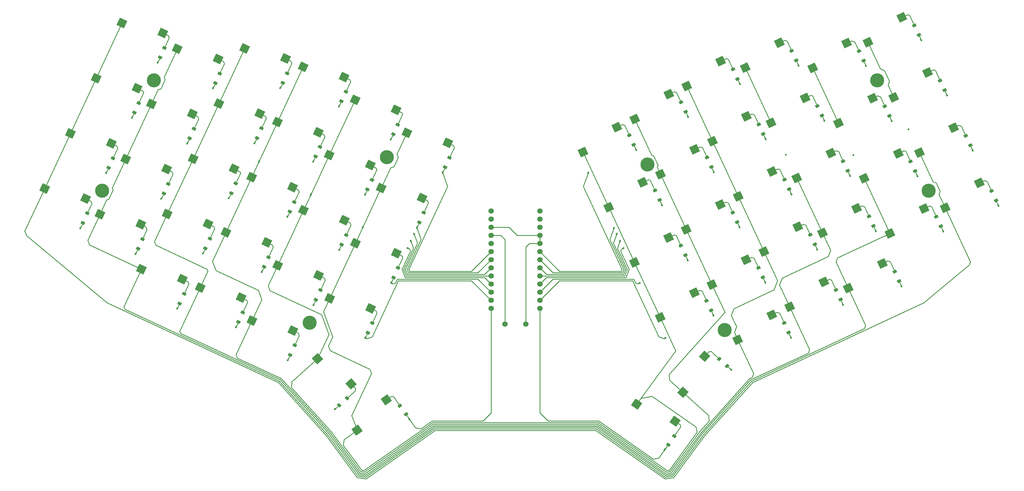
<source format=gbr>
%TF.GenerationSoftware,KiCad,Pcbnew,8.0.7*%
%TF.CreationDate,2024-12-25T21:28:18-05:00*%
%TF.ProjectId,mx,6d782e6b-6963-4616-945f-706362585858,v1.0.0*%
%TF.SameCoordinates,Original*%
%TF.FileFunction,Copper,L2,Bot*%
%TF.FilePolarity,Positive*%
%FSLAX46Y46*%
G04 Gerber Fmt 4.6, Leading zero omitted, Abs format (unit mm)*
G04 Created by KiCad (PCBNEW 8.0.7) date 2024-12-25 21:28:18*
%MOMM*%
%LPD*%
G01*
G04 APERTURE LIST*
G04 Aperture macros list*
%AMRotRect*
0 Rectangle, with rotation*
0 The origin of the aperture is its center*
0 $1 length*
0 $2 width*
0 $3 Rotation angle, in degrees counterclockwise*
0 Add horizontal line*
21,1,$1,$2,0,0,$3*%
G04 Aperture macros list end*
%TA.AperFunction,ComponentPad*%
%ADD10C,0.600000*%
%TD*%
%TA.AperFunction,ComponentPad*%
%ADD11C,0.700000*%
%TD*%
%TA.AperFunction,ComponentPad*%
%ADD12C,4.400000*%
%TD*%
%TA.AperFunction,ComponentPad*%
%ADD13C,1.700000*%
%TD*%
%TA.AperFunction,SMDPad,CuDef*%
%ADD14RotRect,2.550000X2.500000X335.000000*%
%TD*%
%TA.AperFunction,SMDPad,CuDef*%
%ADD15RotRect,0.900000X1.200000X65.000000*%
%TD*%
%TA.AperFunction,SMDPad,CuDef*%
%ADD16RotRect,2.550000X2.500000X25.000000*%
%TD*%
%TA.AperFunction,SMDPad,CuDef*%
%ADD17RotRect,0.900000X1.200000X115.000000*%
%TD*%
%TA.AperFunction,SMDPad,CuDef*%
%ADD18RotRect,0.900000X1.200000X55.000000*%
%TD*%
%TA.AperFunction,SMDPad,CuDef*%
%ADD19RotRect,2.550000X2.500000X325.000000*%
%TD*%
%TA.AperFunction,SMDPad,CuDef*%
%ADD20RotRect,0.900000X1.200000X125.000000*%
%TD*%
%TA.AperFunction,SMDPad,CuDef*%
%ADD21RotRect,0.900000X1.200000X138.000000*%
%TD*%
%TA.AperFunction,SMDPad,CuDef*%
%ADD22RotRect,2.550000X2.500000X48.000000*%
%TD*%
%TA.AperFunction,SMDPad,CuDef*%
%ADD23RotRect,2.550000X2.500000X312.000000*%
%TD*%
%TA.AperFunction,SMDPad,CuDef*%
%ADD24RotRect,0.900000X1.200000X42.000000*%
%TD*%
%TA.AperFunction,SMDPad,CuDef*%
%ADD25RotRect,2.550000X2.500000X35.000000*%
%TD*%
%TA.AperFunction,Conductor*%
%ADD26C,0.250000*%
%TD*%
G04 APERTURE END LIST*
D10*
%TO.P,REF\u002A\u002A,1*%
%TO.N,G4*%
X239401165Y-147060775D03*
%TD*%
%TO.P,REF\u002A\u002A,1*%
%TO.N,G8*%
X341443616Y-146426334D03*
%TD*%
%TO.P,REF\u002A\u002A,1*%
%TO.N,G2*%
X317290980Y-94630843D03*
%TD*%
%TO.P,REF\u002A\u002A,1*%
%TO.N,G20*%
X97042937Y-136155501D03*
%TD*%
%TO.P,REF\u002A\u002A,1*%
%TO.N,G9*%
X328425765Y-163585607D03*
%TD*%
D11*
%TO.P,_69,1*%
%TO.N,N/C*%
X271608388Y-177915241D03*
X271553304Y-176653589D03*
X272539466Y-178768413D03*
X272406476Y-175722511D03*
D12*
X273103797Y-177217920D03*
D11*
X273801118Y-178713329D03*
X273668128Y-175667427D03*
X274654290Y-177782251D03*
X274599206Y-176520599D03*
%TD*%
D10*
%TO.P,REF\u002A\u002A,1*%
%TO.N,G8*%
X302053183Y-152105547D03*
%TD*%
%TO.P,REF\u002A\u002A,1*%
%TO.N,G20*%
X136433374Y-141834722D03*
%TD*%
%TO.P,REF\u002A\u002A,1*%
%TO.N,G8*%
X269635946Y-172738843D03*
%TD*%
%TO.P,REF\u002A\u002A,1*%
%TO.N,G10*%
X151272137Y-202009037D03*
%TD*%
%TO.P,REF\u002A\u002A,1*%
%TO.N,G18*%
X173941688Y-151550164D03*
%TD*%
D11*
%TO.P,_68,1*%
%TO.N,N/C*%
X141893621Y-174254836D03*
X141838537Y-175516489D03*
X142824698Y-173401664D03*
X144086351Y-173456748D03*
D12*
X143389030Y-174952157D03*
D11*
X142691709Y-176447566D03*
X143953362Y-176502650D03*
X144939523Y-174387825D03*
X144884439Y-175649478D03*
%TD*%
D10*
%TO.P,REF\u002A\u002A,1*%
%TO.N,G29*%
X152535129Y-107304393D03*
%TD*%
%TO.P,REF\u002A\u002A,1*%
%TO.N,G10*%
X174567025Y-205125970D03*
%TD*%
%TO.P,REF\u002A\u002A,1*%
%TO.N,G8*%
X254636554Y-179733171D03*
%TD*%
%TO.P,REF\u002A\u002A,1*%
%TO.N,G19*%
X110060789Y-153314778D03*
%TD*%
%TO.P,REF\u002A\u002A,1*%
%TO.N,G7*%
X246585680Y-162468012D03*
%TD*%
%TO.P,REF\u002A\u002A,1*%
%TO.N,G8*%
X285844563Y-162422198D03*
%TD*%
D13*
%TO.P,RST1,1*%
%TO.N,RST*%
X204468140Y-175345620D03*
%TO.P,RST1,2*%
%TO.N,GND*%
X210968140Y-175345616D03*
%TD*%
D10*
%TO.P,REF\u002A\u002A,1*%
%TO.N,G6*%
X292264593Y-122382578D03*
%TD*%
%TO.P,REF\u002A\u002A,1*%
%TO.N,G6*%
X241514258Y-151592316D03*
%TD*%
%TO.P,REF\u002A\u002A,1*%
%TO.N,G2*%
X245483312Y-120943354D03*
%TD*%
D11*
%TO.P,_70,1*%
%TO.N,N/C*%
X335365181Y-134337575D03*
X335310097Y-133075923D03*
X336296259Y-135190747D03*
X336163269Y-132144845D03*
D12*
X336860590Y-133640254D03*
D11*
X337557911Y-135135663D03*
X337424921Y-132089761D03*
X338411083Y-134204585D03*
X338355999Y-132942933D03*
%TD*%
D10*
%TO.P,REF\u002A\u002A,1*%
%TO.N,G28*%
X160692872Y-134886202D03*
%TD*%
%TO.P,REF\u002A\u002A,1*%
%TO.N,G10*%
X136540235Y-186681693D03*
%TD*%
%TO.P,REF\u002A\u002A,1*%
%TO.N,G27*%
X176035119Y-147060778D03*
%TD*%
%TO.P,REF\u002A\u002A,1*%
%TO.N,G5*%
X313333323Y-122488468D03*
%TD*%
%TO.P,REF\u002A\u002A,1*%
%TO.N,G26*%
X143792520Y-134784259D03*
%TD*%
%TO.P,REF\u002A\u002A,1*%
%TO.N,G20*%
X79777774Y-128104626D03*
%TD*%
D11*
%TO.P,_65,1*%
%TO.N,N/C*%
X166046259Y-122459343D03*
X165991175Y-123720996D03*
X166977336Y-121606171D03*
X168238989Y-121661255D03*
D12*
X167541668Y-123156664D03*
D11*
X166844347Y-124652073D03*
X168106000Y-124707157D03*
X169092161Y-122592332D03*
X169037077Y-123853985D03*
%TD*%
D10*
%TO.P,REF\u002A\u002A,1*%
%TO.N,G7*%
X312324015Y-129055282D03*
%TD*%
%TO.P,REF\u002A\u002A,1*%
%TO.N,G3*%
X342607023Y-103845130D03*
%TD*%
D11*
%TO.P,_72,1*%
%TO.N,N/C*%
X247455756Y-126119755D03*
X247400672Y-124858103D03*
X248386834Y-126972927D03*
X248253844Y-123927025D03*
D12*
X248951165Y-125422434D03*
D11*
X249648486Y-126917843D03*
X249515496Y-123871941D03*
X250501658Y-125986765D03*
X250446574Y-124725113D03*
%TD*%
D10*
%TO.P,REF\u002A\u002A,1*%
%TO.N,G28*%
X144484250Y-124569554D03*
%TD*%
%TO.P,REF\u002A\u002A,1*%
%TO.N,G9*%
X254426222Y-214618658D03*
%TD*%
%TO.P,REF\u002A\u002A,1*%
%TO.N,G3*%
X285951425Y-117575225D03*
%TD*%
%TO.P,REF\u002A\u002A,1*%
%TO.N,G2*%
X277900546Y-100310057D03*
%TD*%
%TO.P,REF\u002A\u002A,1*%
%TO.N,G28*%
X126162545Y-118784448D03*
%TD*%
%TO.P,REF\u002A\u002A,1*%
%TO.N,G3*%
X269742810Y-127891874D03*
%TD*%
%TO.P,REF\u002A\u002A,1*%
%TO.N,G7*%
X333392744Y-129161172D03*
%TD*%
D11*
%TO.P,_71,1*%
%TO.N,N/C*%
X319263425Y-99807243D03*
X319208341Y-98545591D03*
X320194503Y-100660415D03*
X320061513Y-97614513D03*
D12*
X320758834Y-99109922D03*
D11*
X321456155Y-100605331D03*
X321323165Y-97559429D03*
X322309327Y-99674253D03*
X322254243Y-98412601D03*
%TD*%
D10*
%TO.P,REF\u002A\u002A,1*%
%TO.N,G19*%
X144591111Y-169416530D03*
%TD*%
%TO.P,REF\u002A\u002A,1*%
%TO.N,G10*%
X120331619Y-176365046D03*
%TD*%
%TO.P,REF\u002A\u002A,1*%
%TO.N,G29*%
X184952368Y-127937687D03*
%TD*%
%TO.P,REF\u002A\u002A,1*%
%TO.N,G4*%
X330598487Y-114437587D03*
%TD*%
%TO.P,REF\u002A\u002A,1*%
%TO.N,G7*%
X294002302Y-134840385D03*
%TD*%
%TO.P,REF\u002A\u002A,1*%
%TO.N,G28*%
X176901487Y-145202849D03*
%TD*%
%TO.P,REF\u002A\u002A,1*%
%TO.N,G2*%
X230483920Y-127937687D03*
%TD*%
%TO.P,REF\u002A\u002A,1*%
%TO.N,G28*%
X105093816Y-118890340D03*
%TD*%
%TO.P,REF\u002A\u002A,1*%
%TO.N,G9*%
X275238254Y-189709991D03*
%TD*%
%TO.P,REF\u002A\u002A,1*%
%TO.N,G29*%
X113144695Y-101625176D03*
%TD*%
D13*
%TO.P,MCU1,1*%
%TO.N,D+*%
X215338143Y-140010617D03*
%TO.P,MCU1,2*%
%TO.N,G0*%
X215338145Y-142550618D03*
%TO.P,MCU1,3*%
%TO.N,G1*%
X215338143Y-145090618D03*
%TO.P,MCU1,4*%
%TO.N,GND*%
X215338144Y-147630617D03*
%TO.P,MCU1,5*%
X215338146Y-150170618D03*
%TO.P,MCU1,6*%
%TO.N,G2*%
X215338145Y-152710618D03*
%TO.P,MCU1,7*%
%TO.N,G3*%
X215338146Y-155250618D03*
%TO.P,MCU1,8*%
%TO.N,G4*%
X215338144Y-157790618D03*
%TO.P,MCU1,9*%
%TO.N,G5*%
X215338146Y-160330619D03*
%TO.P,MCU1,10*%
%TO.N,G6*%
X215338146Y-162870617D03*
%TO.P,MCU1,11*%
%TO.N,G7*%
X215338144Y-165410618D03*
%TO.P,MCU1,12*%
%TO.N,G8*%
X215338145Y-167950618D03*
%TO.P,MCU1,13*%
%TO.N,G9*%
X215338144Y-170490618D03*
%TO.P,MCU1,14*%
%TO.N,G10*%
X200098147Y-170490619D03*
%TO.P,MCU1,15*%
%TO.N,G19*%
X200098145Y-167950618D03*
%TO.P,MCU1,16*%
%TO.N,G20*%
X200098147Y-165410618D03*
%TO.P,MCU1,17*%
%TO.N,G18*%
X200098146Y-162870619D03*
%TO.P,MCU1,18*%
%TO.N,G26*%
X200098144Y-160330618D03*
%TO.P,MCU1,19*%
%TO.N,G27*%
X200098145Y-157790618D03*
%TO.P,MCU1,20*%
%TO.N,G28*%
X200098144Y-155250618D03*
%TO.P,MCU1,21*%
%TO.N,G29*%
X200098146Y-152710618D03*
%TO.P,MCU1,22*%
%TO.N,VCC*%
X200098144Y-150170617D03*
%TO.P,MCU1,23*%
%TO.N,RST*%
X200098144Y-147630619D03*
%TO.P,MCU1,24*%
%TO.N,GND*%
X200098146Y-145090618D03*
%TO.P,MCU1,25*%
%TO.N,RAW*%
X200098145Y-142550618D03*
%TO.P,MCU1,26*%
%TO.N,D-*%
X200098146Y-140010618D03*
%TD*%
D10*
%TO.P,REF\u002A\u002A,1*%
%TO.N,G2*%
X261691931Y-110626707D03*
%TD*%
%TO.P,REF\u002A\u002A,1*%
%TO.N,G3*%
X325341857Y-111896009D03*
%TD*%
%TO.P,REF\u002A\u002A,1*%
%TO.N,G5*%
X240457710Y-149326549D03*
%TD*%
%TO.P,REF\u002A\u002A,1*%
%TO.N,G8*%
X320374889Y-146320441D03*
%TD*%
%TO.P,REF\u002A\u002A,1*%
%TO.N,G20*%
X118111666Y-136049610D03*
%TD*%
%TO.P,REF\u002A\u002A,1*%
%TO.N,G29*%
X168743747Y-117621036D03*
%TD*%
%TO.P,REF\u002A\u002A,1*%
%TO.N,G19*%
X88992060Y-153420668D03*
%TD*%
%TO.P,REF\u002A\u002A,1*%
%TO.N,G7*%
X277793685Y-145157033D03*
%TD*%
%TO.P,REF\u002A\u002A,1*%
%TO.N,G2*%
X296222255Y-94524953D03*
%TD*%
D11*
%TO.P,_67,1*%
%TO.N,N/C*%
X77080285Y-132942927D03*
X77025201Y-134204580D03*
X78011362Y-132089755D03*
X79273015Y-132144839D03*
D12*
X78575694Y-133640248D03*
D11*
X77878373Y-135135657D03*
X79140026Y-135190741D03*
X80126187Y-133075916D03*
X80071103Y-134337569D03*
%TD*%
D10*
%TO.P,REF\u002A\u002A,1*%
%TO.N,G7*%
X261585068Y-155473683D03*
%TD*%
%TO.P,REF\u002A\u002A,1*%
%TO.N,G3*%
X253534189Y-138208519D03*
%TD*%
%TO.P,REF\u002A\u002A,1*%
%TO.N,G28*%
X87828650Y-110839461D03*
%TD*%
%TO.P,REF\u002A\u002A,1*%
%TO.N,G10*%
X102009910Y-170579941D03*
%TD*%
%TO.P,REF\u002A\u002A,1*%
%TO.N,G19*%
X128382497Y-159099881D03*
%TD*%
%TO.P,REF\u002A\u002A,1*%
%TO.N,G20*%
X152641990Y-152151368D03*
%TD*%
%TO.P,REF\u002A\u002A,1*%
%TO.N,G27*%
X127583903Y-124467608D03*
%TD*%
%TO.P,REF\u002A\u002A,1*%
%TO.N,G20*%
X168850609Y-162468014D03*
%TD*%
%TO.P,REF\u002A\u002A,1*%
%TO.N,G3*%
X304273134Y-111790115D03*
%TD*%
%TO.P,REF\u002A\u002A,1*%
%TO.N,G19*%
X160799730Y-179733175D03*
%TD*%
%TO.P,REF\u002A\u002A,1*%
%TO.N,G26*%
X174978573Y-149326552D03*
%TD*%
%TO.P,REF\u002A\u002A,1*%
%TO.N,G29*%
X134213422Y-101519286D03*
%TD*%
%TO.P,REF\u002A\u002A,1*%
%TO.N,G7*%
X350657903Y-121110291D03*
%TD*%
%TO.P,REF\u002A\u002A,1*%
%TO.N,G3*%
X238534797Y-145202846D03*
%TD*%
D11*
%TO.P,_66,1*%
%TO.N,N/C*%
X93182040Y-98412602D03*
X93126956Y-99674255D03*
X94113117Y-97559430D03*
X95374770Y-97614514D03*
D12*
X94677449Y-99109923D03*
D11*
X93980128Y-100605332D03*
X95241781Y-100660416D03*
X96227942Y-98545591D03*
X96172858Y-99807244D03*
%TD*%
D10*
%TO.P,REF\u002A\u002A,1*%
%TO.N,G9*%
X310104056Y-169370714D03*
%TD*%
%TO.P,REF\u002A\u002A,1*%
%TO.N,G18*%
X160001142Y-145100904D03*
%TD*%
%TO.P,REF\u002A\u002A,1*%
%TO.N,G2*%
X334556145Y-86579969D03*
%TD*%
%TO.P,REF\u002A\u002A,1*%
%TO.N,G29*%
X95879530Y-93574298D03*
%TD*%
%TO.P,REF\u002A\u002A,1*%
%TO.N,G8*%
X358708781Y-138375452D03*
%TD*%
%TO.P,REF\u002A\u002A,1*%
%TO.N,G19*%
X71726894Y-145369787D03*
%TD*%
%TO.P,REF\u002A\u002A,1*%
%TO.N,G9*%
X293895445Y-179687359D03*
%TD*%
D14*
%TO.P,S19,1*%
%TO.N,G27*%
X125383274Y-174263024D03*
%TO.P,S19,2*%
%TO.N,index_mod*%
X138172566Y-177424184D03*
%TD*%
D15*
%TO.P,D27,1*%
%TO.N,G29*%
X185734205Y-126261014D03*
%TO.P,D27,2*%
%TO.N,inner_num*%
X187128847Y-123270196D03*
%TD*%
D14*
%TO.P,S27,1*%
%TO.N,G18*%
X173795404Y-115519017D03*
%TO.P,S27,2*%
%TO.N,inner_num*%
X186584696Y-118680177D03*
%TD*%
D15*
%TO.P,D26,1*%
%TO.N,G28*%
X177683333Y-143526185D03*
%TO.P,D26,2*%
%TO.N,inner_top*%
X179077975Y-140535367D03*
%TD*%
D16*
%TO.P,S35,1*%
%TO.N,G5*%
X316707930Y-129725334D03*
%TO.P,S35,2*%
%TO.N,mirror_pinky_home*%
X327350321Y-121960126D03*
%TD*%
D17*
%TO.P,D54,1*%
%TO.N,G7*%
X260803222Y-153797014D03*
%TO.P,D54,2*%
%TO.N,mirror_inner_home*%
X259408580Y-150806196D03*
%TD*%
%TO.P,D43,1*%
%TO.N,G9*%
X309322214Y-167694043D03*
%TO.P,D43,2*%
%TO.N,mirror_middle_mod*%
X307927572Y-164703225D03*
%TD*%
D14*
%TO.P,S14,1*%
%TO.N,G6*%
X109174652Y-163946379D03*
%TO.P,S14,2*%
%TO.N,middle_mod*%
X121963944Y-167107539D03*
%TD*%
D15*
%TO.P,D25,1*%
%TO.N,G20*%
X169632451Y-160791347D03*
%TO.P,D25,2*%
%TO.N,inner_home*%
X171027093Y-157800529D03*
%TD*%
%TO.P,D2,1*%
%TO.N,G20*%
X80559616Y-126427956D03*
%TO.P,D2,2*%
%TO.N,outer_home*%
X81954258Y-123437138D03*
%TD*%
%TO.P,D12,1*%
%TO.N,G28*%
X126944388Y-117107779D03*
%TO.P,D12,2*%
%TO.N,ring_top*%
X128339030Y-114116961D03*
%TD*%
D16*
%TO.P,S41,1*%
%TO.N,G6*%
X287588319Y-112354278D03*
%TO.P,S41,2*%
%TO.N,mirror_ring_top*%
X298230710Y-104589070D03*
%TD*%
D14*
%TO.P,S7,1*%
%TO.N,G5*%
X93936849Y-106471671D03*
%TO.P,S7,2*%
%TO.N,pinky_top*%
X106726141Y-109632831D03*
%TD*%
D18*
%TO.P,D58,1*%
%TO.N,G9*%
X255487339Y-213103225D03*
%TO.P,D58,2*%
%TO.N,mirror_space_fan*%
X257380141Y-210400023D03*
%TD*%
D17*
%TO.P,D51,1*%
%TO.N,G3*%
X268960965Y-126215203D03*
%TO.P,D51,2*%
%TO.N,mirror_index_top*%
X267566323Y-123224385D03*
%TD*%
D16*
%TO.P,S39,1*%
%TO.N,G6*%
X303690077Y-146884605D03*
%TO.P,S39,2*%
%TO.N,mirror_ring_bottom*%
X314332468Y-139119397D03*
%TD*%
%TO.P,S45,1*%
%TO.N,G27*%
X277317491Y-135404550D03*
%TO.P,S45,2*%
%TO.N,mirror_middle_home*%
X287959882Y-127639342D03*
%TD*%
D15*
%TO.P,D20,1*%
%TO.N,G19*%
X145372956Y-167739861D03*
%TO.P,D20,2*%
%TO.N,index_bottom*%
X146767598Y-164749043D03*
%TD*%
%TO.P,D21,1*%
%TO.N,G20*%
X153423834Y-150474697D03*
%TO.P,D21,2*%
%TO.N,index_home*%
X154818476Y-147483879D03*
%TD*%
D17*
%TO.P,D41,1*%
%TO.N,G3*%
X303491288Y-110113445D03*
%TO.P,D41,2*%
%TO.N,mirror_ring_top*%
X302096646Y-107122627D03*
%TD*%
D14*
%TO.P,S21,1*%
%TO.N,G26*%
X141485026Y-139732697D03*
%TO.P,S21,2*%
%TO.N,index_home*%
X154274318Y-142893857D03*
%TD*%
D16*
%TO.P,S31,1*%
%TO.N,G4*%
X333973095Y-121674457D03*
%TO.P,S31,2*%
%TO.N,mirror_outer_home*%
X344615486Y-113909249D03*
%TD*%
D14*
%TO.P,S11,1*%
%TO.N,G6*%
X106954702Y-123630943D03*
%TO.P,S11,2*%
%TO.N,ring_home*%
X119743994Y-126792103D03*
%TD*%
D19*
%TO.P,S58,1*%
%TO.N,G18*%
X245595235Y-200451268D03*
%TO.P,S58,2*%
%TO.N,mirror_space_fan*%
X257641299Y-205785243D03*
%TD*%
D14*
%TO.P,S6,1*%
%TO.N,G5*%
X85885973Y-123736832D03*
%TO.P,S6,2*%
%TO.N,pinky_home*%
X98675265Y-126897992D03*
%TD*%
D17*
%TO.P,D52,1*%
%TO.N,G2*%
X260910084Y-108950041D03*
%TO.P,D52,2*%
%TO.N,mirror_index_num*%
X259515442Y-105959223D03*
%TD*%
D16*
%TO.P,S54,1*%
%TO.N,G18*%
X244900256Y-156037845D03*
%TO.P,S54,2*%
%TO.N,mirror_inner_home*%
X255542647Y-148272637D03*
%TD*%
D14*
%TO.P,S12,1*%
%TO.N,G6*%
X115005578Y-106365782D03*
%TO.P,S12,2*%
%TO.N,ring_top*%
X127794870Y-109526942D03*
%TD*%
D15*
%TO.P,D18,1*%
%TO.N,G29*%
X153316973Y-105627726D03*
%TO.P,D18,2*%
%TO.N,middle_num*%
X154711615Y-102636908D03*
%TD*%
D17*
%TO.P,D37,1*%
%TO.N,G2*%
X316509141Y-92954175D03*
%TO.P,D37,2*%
%TO.N,mirror_pinky_num*%
X315114499Y-89963357D03*
%TD*%
D14*
%TO.P,S24,1*%
%TO.N,G18*%
X149642766Y-167314508D03*
%TO.P,S24,2*%
%TO.N,inner_bottom*%
X162432058Y-170475668D03*
%TD*%
D16*
%TO.P,S34,1*%
%TO.N,G5*%
X324758805Y-146990497D03*
%TO.P,S34,2*%
%TO.N,mirror_pinky_bottom*%
X335401196Y-139225289D03*
%TD*%
%TO.P,S52,1*%
%TO.N,G26*%
X245007118Y-111190871D03*
%TO.P,S52,2*%
%TO.N,mirror_index_num*%
X255649509Y-103425663D03*
%TD*%
%TO.P,S49,1*%
%TO.N,G26*%
X269159750Y-162986363D03*
%TO.P,S49,2*%
%TO.N,mirror_index_bottom*%
X279802141Y-155221155D03*
%TD*%
D15*
%TO.P,D24,1*%
%TO.N,G19*%
X161581577Y-178056508D03*
%TO.P,D24,2*%
%TO.N,inner_bottom*%
X162976219Y-175065690D03*
%TD*%
D14*
%TO.P,S20,1*%
%TO.N,G26*%
X133434147Y-156997860D03*
%TO.P,S20,2*%
%TO.N,index_bottom*%
X146223439Y-160159020D03*
%TD*%
D15*
%TO.P,D23,1*%
%TO.N,G29*%
X169525588Y-115944372D03*
%TO.P,D23,2*%
%TO.N,index_num*%
X170920230Y-112953554D03*
%TD*%
D17*
%TO.P,D53,1*%
%TO.N,G8*%
X268854098Y-171062177D03*
%TO.P,D53,2*%
%TO.N,mirror_inner_bottom*%
X267459456Y-168071359D03*
%TD*%
D15*
%TO.P,D15,1*%
%TO.N,G19*%
X129164338Y-157423215D03*
%TO.P,D15,2*%
%TO.N,middle_bottom*%
X130558980Y-154432397D03*
%TD*%
D16*
%TO.P,S51,1*%
%TO.N,G26*%
X253057994Y-128456035D03*
%TO.P,S51,2*%
%TO.N,mirror_index_top*%
X263700385Y-120690827D03*
%TD*%
%TO.P,S47,1*%
%TO.N,G27*%
X261215735Y-100874223D03*
%TO.P,S47,2*%
%TO.N,mirror_middle_num*%
X271858126Y-93109015D03*
%TD*%
%TO.P,S53,1*%
%TO.N,G18*%
X252951133Y-173303011D03*
%TO.P,S53,2*%
%TO.N,mirror_inner_bottom*%
X263593524Y-165537803D03*
%TD*%
D20*
%TO.P,D29,1*%
%TO.N,G10*%
X173505910Y-203610536D03*
%TO.P,D29,2*%
%TO.N,space_fan*%
X171613108Y-200907332D03*
%TD*%
D17*
%TO.P,D56,1*%
%TO.N,G2*%
X244701463Y-119266689D03*
%TO.P,D56,2*%
%TO.N,mirror_inner_num*%
X243306821Y-116275871D03*
%TD*%
D15*
%TO.P,D8,1*%
%TO.N,G29*%
X113926540Y-99948508D03*
%TO.P,D8,2*%
%TO.N,pinky_num*%
X115321182Y-96957690D03*
%TD*%
D14*
%TO.P,S23,1*%
%TO.N,G26*%
X157586783Y-105202372D03*
%TO.P,S23,2*%
%TO.N,index_num*%
X170376075Y-108363532D03*
%TD*%
D17*
%TO.P,D47,1*%
%TO.N,G2*%
X277118703Y-98633393D03*
%TO.P,D47,2*%
%TO.N,mirror_middle_num*%
X275724061Y-95642575D03*
%TD*%
%TO.P,D38,1*%
%TO.N,G9*%
X327643923Y-161908936D03*
%TO.P,D38,2*%
%TO.N,mirror_ring_mod*%
X326249281Y-158918118D03*
%TD*%
%TO.P,D35,1*%
%TO.N,G7*%
X332610900Y-127484504D03*
%TO.P,D35,2*%
%TO.N,mirror_pinky_home*%
X331216258Y-124493686D03*
%TD*%
D21*
%TO.P,D57,1*%
%TO.N,G9*%
X273863438Y-188472098D03*
%TO.P,D57,2*%
%TO.N,mirror_select_fan*%
X271411062Y-186263964D03*
%TD*%
D16*
%TO.P,S33,1*%
%TO.N,G4*%
X317871340Y-87144131D03*
%TO.P,S33,2*%
%TO.N,mirror_outer_num*%
X328513731Y-79378923D03*
%TD*%
D17*
%TO.P,D36,1*%
%TO.N,G3*%
X324560015Y-110219338D03*
%TO.P,D36,2*%
%TO.N,mirror_pinky_top*%
X323165373Y-107228520D03*
%TD*%
D14*
%TO.P,S26,1*%
%TO.N,G18*%
X165744522Y-132784181D03*
%TO.P,S26,2*%
%TO.N,inner_top*%
X178533814Y-135945341D03*
%TD*%
D17*
%TO.P,D50,1*%
%TO.N,G7*%
X277011842Y-143480367D03*
%TO.P,D50,2*%
%TO.N,mirror_index_home*%
X275617200Y-140489549D03*
%TD*%
D14*
%TO.P,S15,1*%
%TO.N,G27*%
X117225537Y-146681213D03*
%TO.P,S15,2*%
%TO.N,middle_bottom*%
X130014829Y-149842373D03*
%TD*%
D16*
%TO.P,S46,1*%
%TO.N,G27*%
X269266607Y-118139389D03*
%TO.P,S46,2*%
%TO.N,mirror_middle_top*%
X279908998Y-110374181D03*
%TD*%
D17*
%TO.P,D32,1*%
%TO.N,G3*%
X341825180Y-102168466D03*
%TO.P,D32,2*%
%TO.N,mirror_outer_top*%
X340430538Y-99177648D03*
%TD*%
D22*
%TO.P,S57,1*%
%TO.N,G26*%
X260100240Y-196748580D03*
%TO.P,S57,2*%
%TO.N,mirror_select_fan*%
X266862506Y-185442355D03*
%TD*%
D17*
%TO.P,D34,1*%
%TO.N,G8*%
X340661774Y-144749670D03*
%TO.P,D34,2*%
%TO.N,mirror_pinky_bottom*%
X339267132Y-141758852D03*
%TD*%
%TO.P,D55,1*%
%TO.N,G3*%
X252752344Y-136531852D03*
%TO.P,D55,2*%
%TO.N,mirror_inner_top*%
X251357702Y-133541034D03*
%TD*%
D15*
%TO.P,D14,1*%
%TO.N,G10*%
X121113463Y-174688374D03*
%TO.P,D14,2*%
%TO.N,middle_mod*%
X122508105Y-171697556D03*
%TD*%
D16*
%TO.P,S36,1*%
%TO.N,G5*%
X308657047Y-112460173D03*
%TO.P,S36,2*%
%TO.N,mirror_pinky_top*%
X319299438Y-104694965D03*
%TD*%
D14*
%TO.P,S3,1*%
%TO.N,G4*%
X76671689Y-98420794D03*
%TO.P,S3,2*%
%TO.N,outer_top*%
X89460981Y-101581954D03*
%TD*%
%TO.P,S18,1*%
%TO.N,G27*%
X141378167Y-94885726D03*
%TO.P,S18,2*%
%TO.N,middle_num*%
X154167459Y-98046886D03*
%TD*%
D17*
%TO.P,D40,1*%
%TO.N,G7*%
X311542169Y-127378611D03*
%TO.P,D40,2*%
%TO.N,mirror_ring_home*%
X310147527Y-124387793D03*
%TD*%
D16*
%TO.P,S48,1*%
%TO.N,G27*%
X277210629Y-180251528D03*
%TO.P,S48,2*%
%TO.N,mirror_index_mod*%
X287853020Y-172486320D03*
%TD*%
D15*
%TO.P,D13,1*%
%TO.N,G29*%
X134995260Y-99842613D03*
%TO.P,D13,2*%
%TO.N,ring_num*%
X136389902Y-96851795D03*
%TD*%
D17*
%TO.P,D46,1*%
%TO.N,G3*%
X285169581Y-115898559D03*
%TO.P,D46,2*%
%TO.N,mirror_middle_top*%
X283774939Y-112907741D03*
%TD*%
D23*
%TO.P,S28,1*%
%TO.N,G26*%
X145854461Y-186218220D03*
%TO.P,S28,2*%
%TO.N,select_fan*%
X156391899Y-194125264D03*
%TD*%
D16*
%TO.P,S42,1*%
%TO.N,G6*%
X279537443Y-95089117D03*
%TO.P,S42,2*%
%TO.N,mirror_ring_num*%
X290179834Y-87323909D03*
%TD*%
D14*
%TO.P,S13,1*%
%TO.N,G6*%
X123056454Y-89100615D03*
%TO.P,S13,2*%
%TO.N,ring_num*%
X135845746Y-92261775D03*
%TD*%
D16*
%TO.P,S38,1*%
%TO.N,G5*%
X311740951Y-164149771D03*
%TO.P,S38,2*%
%TO.N,mirror_ring_mod*%
X322383342Y-156384563D03*
%TD*%
D14*
%TO.P,S4,1*%
%TO.N,G4*%
X84722565Y-81155630D03*
%TO.P,S4,2*%
%TO.N,outer_num*%
X97511857Y-84316790D03*
%TD*%
D15*
%TO.P,D19,1*%
%TO.N,G10*%
X137322079Y-185005026D03*
%TO.P,D19,2*%
%TO.N,index_mod*%
X138716721Y-182014208D03*
%TD*%
D24*
%TO.P,D28,1*%
%TO.N,G10*%
X152646958Y-200771146D03*
%TO.P,D28,2*%
%TO.N,select_fan*%
X155099334Y-198563014D03*
%TD*%
D14*
%TO.P,S8,1*%
%TO.N,G5*%
X101987731Y-89206508D03*
%TO.P,S8,2*%
%TO.N,pinky_num*%
X114777023Y-92367668D03*
%TD*%
%TO.P,S17,1*%
%TO.N,G27*%
X133327289Y-112150888D03*
%TO.P,S17,2*%
%TO.N,middle_top*%
X146116581Y-115312048D03*
%TD*%
%TO.P,S16,1*%
%TO.N,G27*%
X125276410Y-129416050D03*
%TO.P,S16,2*%
%TO.N,middle_home*%
X138065702Y-132577210D03*
%TD*%
D25*
%TO.P,S29,1*%
%TO.N,G18*%
X158233664Y-208578849D03*
%TO.P,S29,2*%
%TO.N,space_fan*%
X167365959Y-199083579D03*
%TD*%
D14*
%TO.P,S5,1*%
%TO.N,G5*%
X77835096Y-141002000D03*
%TO.P,S5,2*%
%TO.N,pinky_bottom*%
X90624388Y-144163160D03*
%TD*%
D16*
%TO.P,S30,1*%
%TO.N,G4*%
X342023969Y-138939620D03*
%TO.P,S30,2*%
%TO.N,mirror_outer_bottom*%
X352666360Y-131174412D03*
%TD*%
D15*
%TO.P,D16,1*%
%TO.N,G20*%
X137215217Y-140158051D03*
%TO.P,D16,2*%
%TO.N,middle_home*%
X138609859Y-137167233D03*
%TD*%
D14*
%TO.P,S2,1*%
%TO.N,G4*%
X68620813Y-115685955D03*
%TO.P,S2,2*%
%TO.N,outer_home*%
X81410105Y-118847115D03*
%TD*%
D15*
%TO.P,D3,1*%
%TO.N,G28*%
X88610495Y-109162795D03*
%TO.P,D3,2*%
%TO.N,outer_top*%
X90005137Y-106171977D03*
%TD*%
D16*
%TO.P,S37,1*%
%TO.N,G5*%
X300606173Y-95195007D03*
%TO.P,S37,2*%
%TO.N,mirror_pinky_num*%
X311248564Y-87429799D03*
%TD*%
%TO.P,S44,1*%
%TO.N,G27*%
X285368367Y-152669715D03*
%TO.P,S44,2*%
%TO.N,mirror_middle_bottom*%
X296010758Y-144904507D03*
%TD*%
D17*
%TO.P,D49,1*%
%TO.N,G8*%
X285062720Y-160745531D03*
%TO.P,D49,2*%
%TO.N,mirror_index_bottom*%
X283668078Y-157754713D03*
%TD*%
%TO.P,D42,1*%
%TO.N,G2*%
X295440413Y-92848282D03*
%TO.P,D42,2*%
%TO.N,mirror_ring_num*%
X294045771Y-89857464D03*
%TD*%
%TO.P,D45,1*%
%TO.N,G7*%
X293220460Y-133163721D03*
%TO.P,D45,2*%
%TO.N,mirror_middle_home*%
X291825818Y-130172903D03*
%TD*%
D16*
%TO.P,S56,1*%
%TO.N,G18*%
X228798502Y-121507520D03*
%TO.P,S56,2*%
%TO.N,mirror_inner_num*%
X239440893Y-113742312D03*
%TD*%
D17*
%TO.P,D31,1*%
%TO.N,G7*%
X349876059Y-119433623D03*
%TO.P,D31,2*%
%TO.N,mirror_outer_home*%
X348481417Y-116442805D03*
%TD*%
D14*
%TO.P,S25,1*%
%TO.N,G18*%
X157693645Y-150049344D03*
%TO.P,S25,2*%
%TO.N,inner_home*%
X170482937Y-153210504D03*
%TD*%
D16*
%TO.P,S55,1*%
%TO.N,G18*%
X236849375Y-138772684D03*
%TO.P,S55,2*%
%TO.N,mirror_inner_top*%
X247491766Y-131007476D03*
%TD*%
D14*
%TO.P,S10,1*%
%TO.N,G6*%
X98903825Y-140896107D03*
%TO.P,S10,2*%
%TO.N,ring_bottom*%
X111693117Y-144057267D03*
%TD*%
%TO.P,S1,1*%
%TO.N,G4*%
X60569934Y-132951120D03*
%TO.P,S1,2*%
%TO.N,outer_bottom*%
X73359226Y-136112280D03*
%TD*%
D15*
%TO.P,D6,1*%
%TO.N,G20*%
X97824782Y-134478832D03*
%TO.P,D6,2*%
%TO.N,pinky_home*%
X99219424Y-131488014D03*
%TD*%
D17*
%TO.P,D39,1*%
%TO.N,G8*%
X319593045Y-144643773D03*
%TO.P,D39,2*%
%TO.N,mirror_ring_bottom*%
X318198403Y-141652955D03*
%TD*%
D15*
%TO.P,D9,1*%
%TO.N,G10*%
X102791750Y-168903268D03*
%TO.P,D9,2*%
%TO.N,ring_mod*%
X104186392Y-165912450D03*
%TD*%
D14*
%TO.P,S9,1*%
%TO.N,G5*%
X90852944Y-158161267D03*
%TO.P,S9,2*%
%TO.N,ring_mod*%
X103642236Y-161322427D03*
%TD*%
D15*
%TO.P,D11,1*%
%TO.N,G20*%
X118893507Y-134372945D03*
%TO.P,D11,2*%
%TO.N,ring_home*%
X120288149Y-131382127D03*
%TD*%
D16*
%TO.P,S40,1*%
%TO.N,G6*%
X295639199Y-129619440D03*
%TO.P,S40,2*%
%TO.N,mirror_ring_home*%
X306281590Y-121854232D03*
%TD*%
D17*
%TO.P,D48,1*%
%TO.N,G9*%
X293113599Y-178010693D03*
%TO.P,D48,2*%
%TO.N,mirror_index_mod*%
X291718957Y-175019875D03*
%TD*%
D15*
%TO.P,D17,1*%
%TO.N,G28*%
X145266095Y-122892888D03*
%TO.P,D17,2*%
%TO.N,middle_top*%
X146660737Y-119902070D03*
%TD*%
D17*
%TO.P,D33,1*%
%TO.N,G2*%
X333774307Y-84903297D03*
%TO.P,D33,2*%
%TO.N,mirror_outer_num*%
X332379665Y-81912479D03*
%TD*%
D16*
%TO.P,S50,1*%
%TO.N,G26*%
X261108873Y-145721197D03*
%TO.P,S50,2*%
%TO.N,mirror_index_home*%
X271751264Y-137955989D03*
%TD*%
D17*
%TO.P,D30,1*%
%TO.N,G8*%
X357926938Y-136698787D03*
%TO.P,D30,2*%
%TO.N,mirror_outer_bottom*%
X356532296Y-133707969D03*
%TD*%
D15*
%TO.P,D4,1*%
%TO.N,G29*%
X96661369Y-91897633D03*
%TO.P,D4,2*%
%TO.N,outer_num*%
X98056011Y-88906815D03*
%TD*%
%TO.P,D10,1*%
%TO.N,G19*%
X110842632Y-151638106D03*
%TO.P,D10,2*%
%TO.N,ring_bottom*%
X112237274Y-148647288D03*
%TD*%
D16*
%TO.P,S43,1*%
%TO.N,G6*%
X293419247Y-169934877D03*
%TO.P,S43,2*%
%TO.N,mirror_middle_mod*%
X304061638Y-162169669D03*
%TD*%
D17*
%TO.P,D44,1*%
%TO.N,G8*%
X301271338Y-150428881D03*
%TO.P,D44,2*%
%TO.N,mirror_middle_bottom*%
X299876696Y-147438063D03*
%TD*%
D15*
%TO.P,D1,1*%
%TO.N,G19*%
X72508742Y-143693118D03*
%TO.P,D1,2*%
%TO.N,outer_bottom*%
X73903384Y-140702300D03*
%TD*%
%TO.P,D5,1*%
%TO.N,G19*%
X89773904Y-151743998D03*
%TO.P,D5,2*%
%TO.N,pinky_bottom*%
X91168546Y-148753180D03*
%TD*%
D16*
%TO.P,S32,1*%
%TO.N,G4*%
X325922211Y-104409296D03*
%TO.P,S32,2*%
%TO.N,mirror_outer_top*%
X336564602Y-96644088D03*
%TD*%
D15*
%TO.P,D7,1*%
%TO.N,G28*%
X105875656Y-117213670D03*
%TO.P,D7,2*%
%TO.N,pinky_top*%
X107270298Y-114222852D03*
%TD*%
%TO.P,D22,1*%
%TO.N,G28*%
X161474714Y-133209539D03*
%TO.P,D22,2*%
%TO.N,index_top*%
X162869356Y-130218721D03*
%TD*%
D14*
%TO.P,S22,1*%
%TO.N,G26*%
X149535904Y-122467534D03*
%TO.P,S22,2*%
%TO.N,index_top*%
X162325196Y-125628694D03*
%TD*%
D26*
%TO.N,G4*%
X215338143Y-157790616D02*
X217378143Y-159830619D01*
X335340038Y-168664799D02*
X349591206Y-156800918D01*
X238303191Y-150077435D02*
X242121818Y-158266507D01*
X257224907Y-223379180D02*
X266879233Y-210239934D01*
X266879233Y-210239934D02*
X281802778Y-193665662D01*
X340061079Y-134820358D02*
X340111716Y-134838790D01*
X158211375Y-223379176D02*
X160970229Y-223833251D01*
X68620806Y-115685955D02*
X68620810Y-115685956D01*
X254466050Y-223833249D02*
X257224907Y-223379180D01*
X133633507Y-193665660D02*
X148557050Y-210239933D01*
X80096242Y-168664803D02*
X133633507Y-193665660D01*
X340111716Y-134838790D02*
X342023969Y-138939619D01*
X239401165Y-147060775D02*
X238303191Y-150077435D01*
X342023969Y-138939619D02*
X349925080Y-155883610D01*
X54372599Y-146241339D02*
X54899458Y-147688860D01*
X324128997Y-100563741D02*
X325922211Y-104409296D01*
X321782854Y-95532412D02*
X322975029Y-95966328D01*
X60569931Y-132951121D02*
X54372599Y-146241339D01*
X182622864Y-208671912D02*
X232813418Y-208671914D01*
X242121818Y-158266507D02*
X241553208Y-159828746D01*
X160970229Y-223833251D02*
X182622864Y-208671912D01*
X349925080Y-155883610D02*
X349591206Y-156800918D01*
X54899458Y-147688860D02*
X80096242Y-168664803D01*
X317871338Y-87144130D02*
X321782854Y-95532412D01*
X241553208Y-159828746D02*
X241549194Y-159830618D01*
X338256214Y-130859636D02*
X339252820Y-131222370D01*
X84722563Y-81155631D02*
X76671687Y-98420792D01*
X76671689Y-98420793D02*
X68620810Y-115685956D01*
X217378143Y-159830619D02*
X241549194Y-159830618D01*
X322975029Y-95966328D02*
X324562915Y-99371564D01*
X281802778Y-193665662D02*
X335340038Y-168664799D01*
X232813418Y-208671914D02*
X254466050Y-223833249D01*
X148557050Y-210239933D02*
X158211375Y-223379176D01*
X339252820Y-131222370D02*
X340442250Y-133773110D01*
X340442250Y-133773110D02*
X340061079Y-134820358D01*
X60569931Y-132951121D02*
X68620806Y-115685955D01*
X333973092Y-121674459D02*
X338256214Y-130859636D01*
X324562915Y-99371564D02*
X324128997Y-100563741D01*
X76671687Y-98420792D02*
X76671689Y-98420793D01*
%TO.N,outer_bottom*%
X75111116Y-136929203D02*
X75352965Y-137593665D01*
X73359223Y-136112282D02*
X75111116Y-136929203D01*
X73903384Y-140702302D02*
X75352965Y-137593665D01*
%TO.N,GND*%
X205743649Y-145090618D02*
X200098146Y-145090618D01*
X215338146Y-147630619D02*
X215338144Y-147630617D01*
X215338144Y-147630617D02*
X208283649Y-147630617D01*
X210968141Y-175345616D02*
X210968141Y-151227923D01*
X215338146Y-150170618D02*
X215338146Y-147630619D01*
X208283649Y-147630617D02*
X205743649Y-145090618D01*
X210968141Y-151227923D02*
X212025447Y-150170618D01*
X212025447Y-150170618D02*
X215338146Y-150170618D01*
%TO.N,outer_home*%
X81954259Y-123437139D02*
X83402721Y-120330904D01*
X83402721Y-120330904D02*
X83159595Y-119662918D01*
X83159595Y-119662918D02*
X81410102Y-118847115D01*
%TO.N,outer_top*%
X91511744Y-102941041D02*
X90005133Y-106171975D01*
X91335172Y-102455903D02*
X91511744Y-102941041D01*
X89460979Y-101581955D02*
X91335172Y-102455903D01*
%TO.N,outer_num*%
X99500745Y-85808570D02*
X99253354Y-85128864D01*
X99253354Y-85128864D02*
X97511856Y-84316790D01*
X98056011Y-88906815D02*
X99500745Y-85808570D01*
%TO.N,G5*%
X215338141Y-160330619D02*
X241886280Y-160330619D01*
X74531934Y-150550655D02*
X74292277Y-149892211D01*
X311740951Y-164149771D02*
X317170247Y-175792923D01*
X324758807Y-146990497D02*
X308316239Y-154657790D01*
X266491030Y-209923841D02*
X281499174Y-193255605D01*
X85625392Y-170694972D02*
X133937105Y-193255604D01*
X308316239Y-154657790D02*
X307877223Y-155863976D01*
X281499174Y-193255605D02*
X316817259Y-176762748D01*
X324758807Y-146990497D02*
X316707928Y-129725335D01*
X240457710Y-149326549D02*
X239601581Y-151678744D01*
X160850366Y-223306796D02*
X182465211Y-208171911D01*
X182465211Y-208171911D02*
X232971070Y-208171916D01*
X90852942Y-158161268D02*
X85354914Y-169951836D01*
X241905972Y-160321436D02*
X241886280Y-160330619D01*
X300606172Y-95195007D02*
X308657048Y-112460168D01*
X79912216Y-136547603D02*
X80596813Y-136298432D01*
X74028049Y-149166240D02*
X77835095Y-141002000D01*
X101987729Y-89206508D02*
X102028846Y-89319464D01*
X133937105Y-193255604D02*
X148945257Y-209923842D01*
X102028846Y-89319464D02*
X97925693Y-98118697D01*
X80596813Y-136298432D02*
X81928972Y-133441603D01*
X77835095Y-141002000D02*
X79912216Y-136547603D01*
X254585918Y-223306793D02*
X256942640Y-222918907D01*
X98199416Y-98870756D02*
X96891046Y-101676569D01*
X96026029Y-101991409D02*
X93936850Y-106471673D01*
X242662498Y-158242900D02*
X241905972Y-160321436D01*
X93936850Y-106471673D02*
X85885973Y-123736835D01*
X97925693Y-98118697D02*
X98199416Y-98870756D01*
X85354914Y-169951836D02*
X85625392Y-170694972D01*
X307877223Y-155863976D02*
X311740951Y-164149771D01*
X85885973Y-123736835D02*
X85885971Y-123736834D01*
X74292277Y-149892211D02*
X74028049Y-149166240D01*
X317170247Y-175792923D02*
X316817259Y-176762748D01*
X148945257Y-209923842D02*
X158493643Y-222918906D01*
X81679799Y-132757003D02*
X85885971Y-123736834D01*
X308657048Y-112460168D02*
X308657045Y-112460171D01*
X96891046Y-101676569D02*
X96026029Y-101991409D01*
X256942640Y-222918907D02*
X266491030Y-209923841D01*
X81928972Y-133441603D02*
X81679799Y-132757003D01*
X232971070Y-208171916D02*
X254585918Y-223306793D01*
X239601581Y-151678744D02*
X242662498Y-158242900D01*
X90852942Y-158161268D02*
X74531934Y-150550655D01*
X158493643Y-222918906D02*
X160850366Y-223306796D01*
%TO.N,pinky_bottom*%
X92540058Y-145850819D02*
X92191830Y-144894072D01*
X92518236Y-145858760D02*
X92540058Y-145850819D01*
X91168544Y-148753180D02*
X92518236Y-145858760D01*
X92191830Y-144894072D02*
X90624390Y-144163160D01*
%TO.N,pinky_home*%
X99219422Y-131488016D02*
X100644738Y-128431417D01*
X100644738Y-128431417D02*
X100375125Y-127690654D01*
X100375125Y-127690654D02*
X98675262Y-126897997D01*
%TO.N,pinky_top*%
X106726141Y-109632835D02*
X108409630Y-110417857D01*
X108409630Y-110417857D02*
X108687979Y-111182619D01*
X108687979Y-111182619D02*
X107270299Y-114222852D01*
%TO.N,pinky_num*%
X116744386Y-93905616D02*
X116472349Y-93158214D01*
X115321180Y-96957689D02*
X116744386Y-93905616D01*
X116472349Y-93158214D02*
X114777023Y-92367669D01*
%TO.N,ring_mod*%
X104186393Y-165912451D02*
X105638146Y-162799156D01*
X103642235Y-161322430D02*
X105398785Y-162141522D01*
X105398785Y-162141522D02*
X105638146Y-162799156D01*
%TO.N,G6*%
X254705784Y-222780339D02*
X256660371Y-222458639D01*
X111564798Y-158820688D02*
X111328918Y-158172601D01*
X240574556Y-152582195D02*
X243203178Y-158219293D01*
X111328918Y-158172601D02*
X95284766Y-150691092D01*
X291021380Y-160955511D02*
X290231819Y-163124811D01*
X123056457Y-89100615D02*
X115005577Y-106365780D01*
X233128721Y-207671915D02*
X254705784Y-222780339D01*
X109174652Y-163946379D02*
X102781164Y-177657258D01*
X98903824Y-140896106D02*
X106954698Y-123630945D01*
X215338145Y-162870616D02*
X217378141Y-160830617D01*
X290246077Y-163129998D02*
X293419245Y-169934880D01*
X149333463Y-209607754D02*
X158775913Y-222458638D01*
X256660371Y-222458639D02*
X266102824Y-209607751D01*
X102781164Y-177657258D02*
X102999231Y-178256388D01*
X106954702Y-123630944D02*
X106954698Y-123630945D01*
X299649993Y-183296761D02*
X299241781Y-184418323D01*
X306195357Y-152257204D02*
X305484074Y-154211443D01*
X134240705Y-192845548D02*
X149333463Y-209607754D01*
X102999231Y-178256388D02*
X134240705Y-192845548D01*
X240816402Y-151917732D02*
X240574556Y-152582195D01*
X303690077Y-146884604D02*
X306195357Y-152257204D01*
X158775913Y-222458638D02*
X160730499Y-222780338D01*
X241514258Y-151592316D02*
X240816402Y-151917732D01*
X293419245Y-169934880D02*
X299649993Y-183296761D01*
X109174652Y-163946379D02*
X111564798Y-158820688D01*
X295639198Y-129619440D02*
X303690077Y-146884604D01*
X115005578Y-106365782D02*
X106954702Y-123630944D01*
X279537445Y-95089114D02*
X287588320Y-112354276D01*
X95284766Y-150691092D02*
X94869005Y-149548802D01*
X182307565Y-207671912D02*
X233128721Y-207671915D01*
X281195577Y-192845550D02*
X299241781Y-184418323D01*
X290231819Y-163124811D02*
X290246077Y-163129998D01*
X242253869Y-160827501D02*
X242247182Y-160830619D01*
X94869005Y-149548802D02*
X98903824Y-140896106D01*
X217378141Y-160830617D02*
X228929241Y-160830617D01*
X228929241Y-160830617D02*
X242247182Y-160830619D01*
X160730499Y-222780338D02*
X182307565Y-207671912D01*
X266102824Y-209607751D02*
X281195577Y-192845550D01*
X305484074Y-154211443D02*
X291021380Y-160955511D01*
X243203178Y-158219293D02*
X242253869Y-160827501D01*
X115005577Y-106365780D02*
X115005578Y-106365782D01*
X287588320Y-112354276D02*
X287588317Y-112354279D01*
%TO.N,ring_bottom*%
X113496573Y-144898234D02*
X113710898Y-145487089D01*
X111693116Y-144057268D02*
X113496573Y-144898234D01*
X113710898Y-145487089D02*
X112237273Y-148647290D01*
%TO.N,ring_home*%
X121635287Y-127674033D02*
X119743994Y-126792105D01*
X120288148Y-131382127D02*
X121802735Y-128134084D01*
X121802735Y-128134084D02*
X121635287Y-127674033D01*
%TO.N,ring_top*%
X129641124Y-110387864D02*
X127794866Y-109526939D01*
X129832604Y-110913966D02*
X129641124Y-110387864D01*
X128339029Y-114116961D02*
X129832604Y-110913966D01*
%TO.N,ring_num*%
X135845747Y-92261776D02*
X137576006Y-93068610D01*
X137576006Y-93068610D02*
X137829396Y-93764794D01*
X137829396Y-93764794D02*
X136389902Y-96851795D01*
%TO.N,middle_mod*%
X123797662Y-167962616D02*
X123995842Y-168507094D01*
X122508103Y-171697557D02*
X123995842Y-168507094D01*
X121963941Y-167107537D02*
X123797662Y-167962616D01*
%TO.N,G27*%
X127583909Y-124467607D02*
X127583904Y-124467608D01*
X141378164Y-94885722D02*
X133327288Y-112150888D01*
X254825649Y-222253884D02*
X256378096Y-221998370D01*
X173316243Y-158262712D02*
X173882661Y-159818926D01*
X159058179Y-221998371D02*
X160610631Y-222253882D01*
X133327287Y-112150887D02*
X127583909Y-124467607D01*
X125383270Y-174263024D02*
X120408626Y-184931185D01*
X277571801Y-135949926D02*
X285368370Y-152669715D01*
X265714615Y-209291660D02*
X280891978Y-192435493D01*
X233286367Y-207171914D02*
X254825649Y-222253884D01*
X120408626Y-184931185D02*
X120804691Y-186019362D01*
X277210629Y-180251527D02*
X282145155Y-190833648D01*
X285368370Y-152669715D02*
X289594717Y-161733149D01*
X269266611Y-118139389D02*
X269512147Y-118665943D01*
X173882661Y-159818926D02*
X173907733Y-159830617D01*
X256378096Y-221998370D02*
X265714615Y-209291660D01*
X269266609Y-118139386D02*
X269266611Y-118139389D01*
X113022239Y-155695211D02*
X114090750Y-158630929D01*
X176035119Y-147060778D02*
X177133095Y-150077447D01*
X134544306Y-192435496D02*
X149721668Y-209291658D01*
X127380101Y-164827854D02*
X128433449Y-167721893D01*
X288531106Y-164655390D02*
X275955962Y-170519278D01*
X114090750Y-158630929D02*
X127380101Y-164827854D01*
X269512147Y-118665943D02*
X269512145Y-118665942D01*
X277571801Y-135949924D02*
X277571801Y-135949926D01*
X120804691Y-186019362D02*
X134544306Y-192435496D01*
X133327288Y-112150888D02*
X133327287Y-112150887D01*
X149721668Y-209291658D02*
X159058179Y-221998371D01*
X261215735Y-100874223D02*
X269266609Y-118139386D01*
X173316243Y-158262712D02*
X177133095Y-150077447D01*
X280891978Y-192435493D02*
X281699355Y-192058464D01*
X125276411Y-129416049D02*
X127583904Y-124467608D01*
X277317494Y-135404549D02*
X277571801Y-135949924D01*
X276134169Y-177943052D02*
X277210629Y-180251527D01*
X200098143Y-157790618D02*
X198058143Y-159830616D01*
X275180017Y-172651175D02*
X276797639Y-176120180D01*
X160610631Y-222253882D02*
X182149917Y-207171913D01*
X282145155Y-190833648D02*
X281699355Y-192058464D01*
X128433449Y-167721893D02*
X125383270Y-174263024D01*
X182149917Y-207171913D02*
X233286367Y-207171914D01*
X198058143Y-159830616D02*
X173907733Y-159830617D01*
X289594717Y-161733149D02*
X288531106Y-164655390D01*
X275955962Y-170519278D02*
X275180017Y-172651175D01*
X269512145Y-118665942D02*
X277317494Y-135404549D01*
X117225533Y-146681212D02*
X113022239Y-155695211D01*
X276797639Y-176120180D02*
X276134169Y-177943052D01*
X125276411Y-129416049D02*
X117225533Y-146681212D01*
%TO.N,middle_bottom*%
X131775004Y-150663156D02*
X130014824Y-149842372D01*
X132012426Y-151315474D02*
X131775004Y-150663156D01*
X130558981Y-154432398D02*
X132012426Y-151315474D01*
%TO.N,middle_home*%
X138065702Y-132577210D02*
X139868096Y-133417681D01*
X139868096Y-133417681D02*
X140082990Y-134008096D01*
X140082990Y-134008096D02*
X138609862Y-137167234D01*
%TO.N,middle_top*%
X146660738Y-119902071D02*
X148126199Y-116759374D01*
X148063803Y-116587949D02*
X147902530Y-116144850D01*
X147902530Y-116144850D02*
X146116577Y-115312052D01*
X148126199Y-116759374D02*
X148063803Y-116587949D01*
%TO.N,middle_num*%
X154711614Y-102636908D02*
X156157490Y-99536219D01*
X154167458Y-98046884D02*
X155911403Y-98860100D01*
X155911403Y-98860100D02*
X156157490Y-99536219D01*
%TO.N,index_mod*%
X139827745Y-178196007D02*
X140121202Y-179002283D01*
X138716718Y-182014208D02*
X140121202Y-179002283D01*
X138172564Y-177424185D02*
X139827745Y-178196007D01*
%TO.N,G26*%
X252248283Y-125613956D02*
X252022274Y-126234920D01*
X147101236Y-172378117D02*
X149383823Y-178649472D01*
X157586784Y-105202372D02*
X149535906Y-122467532D01*
X255817394Y-192892286D02*
X255723390Y-191098697D01*
X130994865Y-164867593D02*
X147101236Y-172378117D01*
X250868546Y-122655098D02*
X252248283Y-125613956D01*
X159340447Y-221538101D02*
X160490762Y-221727426D01*
X233444018Y-206671913D02*
X254945521Y-221727431D01*
X181992264Y-206671911D02*
X233444018Y-206671913D01*
X160490762Y-221727426D02*
X181992264Y-206671911D01*
X137738024Y-195235241D02*
X150109869Y-208975569D01*
X273206681Y-171665039D02*
X273196602Y-171692727D01*
X269159752Y-162986361D02*
X269159749Y-162986363D01*
X261108874Y-145721200D02*
X269159752Y-162986361D01*
X150109869Y-208975569D02*
X159340447Y-221538101D01*
X149383823Y-178649472D02*
X145854460Y-186218220D01*
X269159749Y-162986363D02*
X273206681Y-171665039D01*
X253057996Y-128456034D02*
X253303882Y-128983336D01*
X253303882Y-128983336D02*
X253303881Y-128983340D01*
X174978573Y-149326552D02*
X175834706Y-151678754D01*
X253303881Y-128983340D02*
X261108874Y-145721200D01*
X256095833Y-221538102D02*
X265326410Y-208975567D01*
X141485027Y-139732699D02*
X143792520Y-134784259D01*
X260100243Y-196748577D02*
X255817394Y-192892286D01*
X260100243Y-196748577D02*
X268122679Y-203972011D01*
X268216676Y-205765603D02*
X268122679Y-203972011D01*
X149535906Y-122467532D02*
X149535907Y-122467533D01*
X149535907Y-122467533D02*
X143792522Y-134784258D01*
X145854462Y-186218216D02*
X137832026Y-193441651D01*
X175834706Y-151678754D02*
X172775564Y-158239104D01*
X200098142Y-160330617D02*
X173546736Y-160330617D01*
X250247580Y-122429085D02*
X250868546Y-122655098D01*
X254945521Y-221727431D02*
X256095833Y-221538102D01*
X141485026Y-139732701D02*
X141485027Y-139732699D01*
X265326410Y-208975567D02*
X268216676Y-205765603D01*
X143792522Y-134784258D02*
X143792520Y-134784259D01*
X137832026Y-193441651D02*
X137738024Y-195235241D01*
X172775564Y-158239104D02*
X173534784Y-160325043D01*
X133434149Y-156997859D02*
X130455479Y-163385637D01*
X173534784Y-160325043D02*
X173546736Y-160330617D01*
X245007117Y-111190871D02*
X250247580Y-122429085D01*
X133434149Y-156997859D02*
X141485026Y-139732701D01*
X130455479Y-163385637D02*
X130994865Y-164867593D01*
X255723390Y-191098697D02*
X273196602Y-171692727D01*
X252022274Y-126234920D02*
X253057996Y-128456034D01*
%TO.N,index_bottom*%
X148210643Y-161654423D02*
X147961315Y-160969408D01*
X146767599Y-164749044D02*
X148210643Y-161654423D01*
X147961315Y-160969408D02*
X146223439Y-160159023D01*
%TO.N,index_home*%
X154274318Y-142893859D02*
X156003527Y-143700204D01*
X156003527Y-143700204D02*
X156257476Y-144397929D01*
X156257476Y-144397929D02*
X154818473Y-147483882D01*
%TO.N,index_top*%
X164162947Y-126485649D02*
X164358970Y-127024223D01*
X162869355Y-130218720D02*
X164358970Y-127024223D01*
X164162947Y-126485649D02*
X162325194Y-125628693D01*
%TO.N,index_num*%
X172275571Y-109249285D02*
X172438640Y-109697312D01*
X172438640Y-109697312D02*
X170920233Y-112953553D01*
X170376076Y-108363531D02*
X172275571Y-109249285D01*
%TO.N,G18*%
X245595236Y-200451269D02*
X246914006Y-198567867D01*
X264477036Y-209283866D02*
X264428715Y-209352874D01*
X244940715Y-156124614D02*
X244940717Y-156124619D01*
X244940717Y-156124619D02*
X252951133Y-173303011D01*
X158233662Y-208578849D02*
X157433074Y-206379245D01*
X237099403Y-139308862D02*
X237099406Y-139308866D01*
X156560799Y-203982695D02*
X162672662Y-190875768D01*
X181834618Y-206171911D02*
X233601665Y-206171916D01*
X244900258Y-156037845D02*
X244940715Y-156124614D01*
X162164437Y-189479438D02*
X162672662Y-190875768D01*
X172234881Y-158215497D02*
X173186622Y-160830385D01*
X157433074Y-206379245D02*
X156560799Y-203982695D01*
X170684183Y-122191051D02*
X173795401Y-115519020D01*
X173186622Y-160830385D02*
X173187126Y-160830617D01*
X228798503Y-121507519D02*
X236849374Y-138772679D01*
X200098146Y-162870619D02*
X198058140Y-160830618D01*
X165744523Y-132784183D02*
X165450435Y-133414854D01*
X173187126Y-160830617D02*
X198058140Y-160830618D01*
X165744523Y-132784183D02*
X168698687Y-126448954D01*
X165450435Y-133414854D02*
X160001142Y-145100904D01*
X255065384Y-221200972D02*
X255813566Y-221077832D01*
X149252508Y-182195656D02*
X149806101Y-183716650D01*
X237099406Y-139308866D02*
X244900258Y-156037845D01*
X169033962Y-126326923D02*
X169761219Y-126062227D01*
X149806101Y-183716650D02*
X162164437Y-189479438D01*
X252951133Y-173303011D02*
X257808821Y-183720354D01*
X255813566Y-221077832D02*
X264428715Y-209352874D01*
X236849374Y-138772679D02*
X236849378Y-138772683D01*
X153923703Y-213321649D02*
X159622719Y-221077830D01*
X169761219Y-126062227D02*
X171070911Y-123253578D01*
X157693644Y-150049343D02*
X160001142Y-145100904D01*
X159622719Y-221077830D02*
X160370896Y-221200971D01*
X150580703Y-179347331D02*
X149252508Y-182195656D01*
X173941688Y-151550164D02*
X174639547Y-151875579D01*
X174639547Y-151875579D02*
X174881390Y-152540042D01*
X246914006Y-198567867D02*
X250453687Y-197943730D01*
X233601665Y-206171916D02*
X255065384Y-221200972D01*
X257811351Y-183736917D02*
X257808821Y-183720354D01*
X264171091Y-207548757D02*
X264477036Y-209283866D01*
X236849378Y-138772683D02*
X237099403Y-139308862D01*
X147709838Y-171459695D02*
X149642769Y-167314509D01*
X154195151Y-211546228D02*
X153923703Y-213321649D01*
X158233660Y-208578849D02*
X154195151Y-211546228D01*
X149642768Y-167314506D02*
X149642769Y-167314509D01*
X171070911Y-123253578D02*
X170684183Y-122191051D01*
X174881390Y-152540042D02*
X172234881Y-158215497D01*
X246914006Y-198567867D02*
X257811351Y-183736917D01*
X160370896Y-221200971D02*
X181834618Y-206171911D01*
X168698687Y-126448954D02*
X169033962Y-126326923D01*
X150580703Y-179347331D02*
X147709838Y-171459695D01*
X250453687Y-197943730D02*
X264171091Y-207548757D01*
X157693644Y-150049343D02*
X149642768Y-167314506D01*
%TO.N,inner_bottom*%
X164107957Y-171257154D02*
X164390362Y-172033049D01*
X164390362Y-172033049D02*
X162976214Y-175065691D01*
X162432056Y-170475669D02*
X164107957Y-171257154D01*
%TO.N,inner_home*%
X172232994Y-154026570D02*
X172475816Y-154693727D01*
X170482937Y-153210505D02*
X172232994Y-154026570D01*
X172475816Y-154693727D02*
X171027094Y-157800528D01*
%TO.N,inner_top*%
X180264977Y-136752598D02*
X180517887Y-137447461D01*
X179077973Y-140535366D02*
X180517887Y-137447461D01*
X180264977Y-136752598D02*
X178533814Y-135945343D01*
%TO.N,inner_num*%
X188341438Y-119499360D02*
X188341438Y-119499364D01*
X186584691Y-118680178D02*
X188341438Y-119499360D01*
X187128849Y-123270200D02*
X188580694Y-120156711D01*
X188341438Y-119499364D02*
X188580694Y-120156711D01*
%TO.N,select_fan*%
X157685327Y-195561761D02*
X157648319Y-196267896D01*
X157685329Y-195561759D02*
X157685327Y-195561761D01*
X156391898Y-194125261D02*
X157685329Y-195561759D01*
X155099336Y-198563013D02*
X157648319Y-196267896D01*
%TO.N,space_fan*%
X171613107Y-200907335D02*
X169645740Y-198097642D01*
X168949377Y-197974858D02*
X169645740Y-198097642D01*
X167365951Y-199083579D02*
X168949377Y-197974858D01*
%TO.N,mirror_outer_bottom*%
X352666359Y-131174407D02*
X354231467Y-130444585D01*
X354231467Y-130444585D02*
X355169814Y-130786118D01*
X355169814Y-130786118D02*
X356532295Y-133707972D01*
%TO.N,mirror_outer_home*%
X346254079Y-113145160D02*
X344615485Y-113909248D01*
X348481414Y-116442807D02*
X347084666Y-113447470D01*
X347084666Y-113447470D02*
X346254079Y-113145160D01*
%TO.N,mirror_outer_top*%
X340430540Y-99177646D02*
X338948161Y-95998675D01*
X338948161Y-95998675D02*
X338715450Y-95913974D01*
X338386830Y-95794369D02*
X336564603Y-96644087D01*
X338715450Y-95913974D02*
X338386830Y-95794369D01*
%TO.N,mirror_outer_num*%
X330904322Y-78748596D02*
X332379661Y-81912479D01*
X328513728Y-79378919D02*
X330320866Y-78536238D01*
X330320866Y-78536238D02*
X330904322Y-78748596D01*
%TO.N,mirror_pinky_bottom*%
X337141513Y-138413766D02*
X337822950Y-138661789D01*
X335401196Y-139225288D02*
X337141513Y-138413766D01*
X337822950Y-138661789D02*
X339267134Y-141758849D01*
%TO.N,mirror_pinky_home*%
X329172628Y-121110370D02*
X329733841Y-121314635D01*
X327350320Y-121960125D02*
X329172628Y-121110370D01*
X329733841Y-121314635D02*
X331216257Y-124493685D01*
%TO.N,mirror_pinky_top*%
X320914264Y-103941959D02*
X321779712Y-104256955D01*
X319299437Y-104694964D02*
X320914264Y-103941959D01*
X321779712Y-104256955D02*
X323165375Y-107228522D01*
%TO.N,mirror_pinky_num*%
X313762481Y-87063949D02*
X315114501Y-89963361D01*
X313767502Y-87050157D02*
X313762481Y-87063949D01*
X312810041Y-86701671D02*
X313767502Y-87050157D01*
X311248561Y-87429800D02*
X312810041Y-86701671D01*
%TO.N,mirror_ring_mod*%
X322383346Y-156384561D02*
X324106549Y-155581021D01*
X324813083Y-155838177D02*
X326249282Y-158918118D01*
X324106549Y-155581021D02*
X324813083Y-155838177D01*
%TO.N,mirror_ring_bottom*%
X318198404Y-141652957D02*
X316790869Y-138634497D01*
X315994187Y-138344526D02*
X314332469Y-139119399D01*
X316790869Y-138634497D02*
X315994187Y-138344526D01*
%TO.N,mirror_ring_home*%
X309006286Y-121948748D02*
X309010976Y-121950455D01*
X306281590Y-121854232D02*
X307948853Y-121076773D01*
X309010976Y-121950455D02*
X310147528Y-124387793D01*
X307948853Y-121076773D02*
X308732720Y-121362078D01*
X308732720Y-121362078D02*
X309006286Y-121948748D01*
%TO.N,mirror_ring_top*%
X300506572Y-103946831D02*
X300001905Y-103763149D01*
X300001905Y-103763149D02*
X298230708Y-104589070D01*
X300638070Y-103994694D02*
X300506572Y-103946831D01*
X302096649Y-107122627D02*
X300638070Y-103994694D01*
%TO.N,mirror_ring_num*%
X291862600Y-86539220D02*
X292628425Y-86817959D01*
X290179833Y-87323906D02*
X291862600Y-86539220D01*
X292628425Y-86817959D02*
X294045772Y-89857463D01*
%TO.N,mirror_middle_mod*%
X306467098Y-161571223D02*
X307927572Y-164703226D01*
X304061636Y-162169668D02*
X305836898Y-161341850D01*
X305836898Y-161341850D02*
X306467098Y-161571223D01*
%TO.N,mirror_middle_bottom*%
X297718158Y-144108330D02*
X296010761Y-144904504D01*
X298447863Y-144373920D02*
X297718158Y-144108330D01*
X299876694Y-147438065D02*
X298447863Y-144373920D01*
%TO.N,mirror_middle_home*%
X287959884Y-127639344D02*
X289747226Y-126805890D01*
X290359708Y-127028813D02*
X291825818Y-130172902D01*
X289747226Y-126805890D02*
X290359708Y-127028813D01*
%TO.N,mirror_middle_top*%
X279909003Y-110374179D02*
X281604718Y-109583453D01*
X282351552Y-109855277D02*
X283774939Y-112907740D01*
X281604718Y-109583453D02*
X282351552Y-109855277D01*
%TO.N,mirror_middle_num*%
X273660966Y-92268334D02*
X271858126Y-93109013D01*
X275724065Y-95642576D02*
X274250724Y-92482986D01*
X274250724Y-92482986D02*
X273660966Y-92268334D01*
%TO.N,mirror_index_mod*%
X290291639Y-171958987D02*
X291718956Y-175019877D01*
X289557162Y-171691663D02*
X290291639Y-171958987D01*
X287853016Y-172486319D02*
X289557162Y-171691663D01*
%TO.N,mirror_index_bottom*%
X281482681Y-154437507D02*
X279802141Y-155221157D01*
X282251773Y-154717436D02*
X281482681Y-154437507D01*
X283668081Y-157754713D02*
X282251773Y-154717436D01*
%TO.N,mirror_index_home*%
X274192358Y-137433968D02*
X275617200Y-140489549D01*
X271751265Y-137955991D02*
X273450105Y-137163809D01*
X273450105Y-137163809D02*
X274192358Y-137433968D01*
%TO.N,mirror_index_top*%
X266134744Y-120154357D02*
X265791747Y-120029515D01*
X265791747Y-120029515D02*
X265413672Y-119891909D01*
X265413672Y-119891909D02*
X263700390Y-120690828D01*
X267566325Y-123224386D02*
X266134744Y-120154357D01*
%TO.N,mirror_index_num*%
X259515443Y-105959222D02*
X258077938Y-102876479D01*
X257375505Y-102620816D02*
X258077938Y-102876479D01*
X257375505Y-102620816D02*
X255649509Y-103425666D01*
%TO.N,mirror_inner_bottom*%
X265234443Y-164772628D02*
X263593522Y-165537800D01*
X267459457Y-168071358D02*
X266061628Y-165073698D01*
X266061628Y-165073698D02*
X265234443Y-164772628D01*
%TO.N,mirror_inner_home*%
X259408580Y-150806194D02*
X257927875Y-147630806D01*
X257361292Y-147424591D02*
X255542648Y-148272638D01*
X257927875Y-147630806D02*
X257361292Y-147424591D01*
%TO.N,mirror_inner_top*%
X249339262Y-130145973D02*
X249863541Y-130336794D01*
X249339262Y-130145973D02*
X247491767Y-131007473D01*
X251357706Y-133541034D02*
X249863541Y-130336794D01*
%TO.N,mirror_inner_num*%
X241227179Y-112909351D02*
X239440892Y-113742309D01*
X241645030Y-113061439D02*
X241227179Y-112909351D01*
X243306827Y-116275870D02*
X241841207Y-113132840D01*
X241841207Y-113132840D02*
X241645030Y-113061439D01*
%TO.N,mirror_select_fan*%
X266862507Y-185442355D02*
X268155937Y-184005855D01*
X268155937Y-184005855D02*
X268862074Y-183968846D01*
X271411060Y-186263964D02*
X268862074Y-183968846D01*
%TO.N,mirror_space_fan*%
X257380140Y-210400027D02*
X259347508Y-207590334D01*
X259224721Y-206893968D02*
X259347508Y-207590334D01*
X257641299Y-205785245D02*
X259224721Y-206893968D01*
%TO.N,G19*%
X193978145Y-161830618D02*
X200098141Y-167950617D01*
X160799730Y-179733175D02*
X161581572Y-178056510D01*
X144591111Y-169416530D02*
X145372955Y-167739866D01*
X145372955Y-167739866D02*
X145372958Y-167739865D01*
X128382497Y-159099881D02*
X129164338Y-157423218D01*
X110842634Y-151638109D02*
X110842636Y-151638107D01*
X161581572Y-178056510D02*
X161581581Y-178056511D01*
X160799730Y-179733175D02*
X161252888Y-179944485D01*
X161252888Y-179944485D02*
X162940625Y-179330199D01*
X162940625Y-179330199D02*
X171100813Y-161830617D01*
X129164338Y-157423218D02*
X129164344Y-157423215D01*
X171100813Y-161830617D02*
X193978145Y-161830618D01*
X88992060Y-153420668D02*
X89773903Y-151744001D01*
X110060789Y-153314778D02*
X110842634Y-151638109D01*
X72508743Y-143693119D02*
X71726902Y-145369786D01*
X71726902Y-145369786D02*
X71726894Y-145369787D01*
%TO.N,G20*%
X118111666Y-136049610D02*
X118893511Y-134372946D01*
X200098147Y-165410618D02*
X196018143Y-161330617D01*
X170782020Y-161331168D02*
X170783533Y-161330618D01*
X152641990Y-152151368D02*
X153423831Y-150474700D01*
X97042937Y-136155501D02*
X97824779Y-134478837D01*
X168850609Y-162468014D02*
X169548468Y-162793431D01*
X153423831Y-150474700D02*
X153423837Y-150474700D01*
X168850609Y-162468014D02*
X169632447Y-160791351D01*
X79777774Y-128104626D02*
X80559620Y-126427958D01*
X169632447Y-160791351D02*
X169632456Y-160791347D01*
X170212932Y-162551586D02*
X170782020Y-161331168D01*
X136433374Y-141834722D02*
X137215216Y-140158054D01*
X80559620Y-126427958D02*
X80559623Y-126427955D01*
X170783533Y-161330618D02*
X196018143Y-161330617D01*
X137215216Y-140158054D02*
X137215221Y-140158051D01*
X97824779Y-134478837D02*
X97824786Y-134478836D01*
X169548468Y-162793431D02*
X170212932Y-162551586D01*
%TO.N,G28*%
X145266094Y-122892888D02*
X145266099Y-122892888D01*
X176901487Y-145202849D02*
X178241309Y-148883979D01*
X200098140Y-155250617D02*
X196018141Y-159330618D01*
X126162545Y-118784448D02*
X126944389Y-117107779D01*
X144484250Y-124569554D02*
X145266094Y-122892888D01*
X178241309Y-148883979D02*
X173856924Y-158286318D01*
X88610492Y-109162795D02*
X88610495Y-109162794D01*
X160692872Y-134886202D02*
X161474711Y-133209537D01*
X105093816Y-118890340D02*
X105875659Y-117213675D01*
X196018141Y-159330618D02*
X174278888Y-159330617D01*
X176901487Y-145202849D02*
X177683328Y-143526186D01*
X87828650Y-110839461D02*
X88610492Y-109162795D01*
X177683328Y-143526186D02*
X177683334Y-143526187D01*
X174228461Y-159307104D02*
X174278888Y-159330617D01*
X161474711Y-133209537D02*
X161474714Y-133209537D01*
X173856924Y-158286318D02*
X174228461Y-159307104D01*
%TO.N,G29*%
X174587124Y-158830616D02*
X193978145Y-158830618D01*
X113926541Y-99948510D02*
X113144696Y-101625173D01*
X152535129Y-107304393D02*
X153316972Y-105627729D01*
X113144696Y-101625173D02*
X113144695Y-101625176D01*
X174397607Y-158309922D02*
X174587124Y-158830616D01*
X184952368Y-127937687D02*
X186534032Y-132283275D01*
X185734207Y-126261017D02*
X185734212Y-126261015D01*
X184952368Y-127937687D02*
X185734207Y-126261017D01*
X153316972Y-105627729D02*
X153316975Y-105627726D01*
X186534032Y-132283275D02*
X174397607Y-158309922D01*
X200098146Y-152710618D02*
X193978145Y-158830618D01*
X134213422Y-101519286D02*
X134995265Y-99842617D01*
X168743747Y-117621036D02*
X169525590Y-115944373D01*
X95879530Y-93574298D02*
X96661373Y-91897633D01*
X96661373Y-91897633D02*
X96661369Y-91897633D01*
X134995265Y-99842617D02*
X134995264Y-99842614D01*
X169525590Y-115944373D02*
X169525592Y-115944370D01*
%TO.N,G10*%
X121113460Y-174688378D02*
X121113462Y-174688377D01*
X197558141Y-205671911D02*
X200098139Y-203131913D01*
X102009910Y-170579941D02*
X102791752Y-168903269D01*
X136540238Y-186681696D02*
X136540235Y-186681693D01*
X152646956Y-200771145D02*
X151272138Y-202009037D01*
X173505908Y-203610538D02*
X174567025Y-205125970D01*
X120331619Y-176365046D02*
X121113460Y-174688378D01*
X181676968Y-205671912D02*
X197558141Y-205671911D01*
X176434193Y-207792560D02*
X178202957Y-208104439D01*
X200098139Y-203131913D02*
X200098140Y-170490615D01*
X151272138Y-202009037D02*
X151272137Y-202009037D01*
X174567025Y-205125970D02*
X176434193Y-207792560D01*
X178202957Y-208104439D02*
X181676968Y-205671912D01*
X102791752Y-168903269D02*
X102791749Y-168903269D01*
X137322080Y-185005024D02*
X136540238Y-186681696D01*
%TO.N,G8*%
X269635941Y-172738845D02*
X269635946Y-172738843D01*
X340661775Y-144749669D02*
X341443616Y-146426334D01*
X302053177Y-152105547D02*
X302053183Y-152105547D01*
X319593046Y-144643775D02*
X320374889Y-146320439D01*
X244335479Y-161830617D02*
X252495664Y-179330194D01*
X252495664Y-179330194D02*
X254183401Y-179944480D01*
X254183401Y-179944480D02*
X254636554Y-179733171D01*
X222341805Y-161830619D02*
X244335479Y-161830617D01*
X221458140Y-161830618D02*
X222341805Y-161830619D01*
X285062719Y-160745529D02*
X285844562Y-162422199D01*
X215338143Y-167950617D02*
X221458140Y-161830618D01*
X320374889Y-146320439D02*
X320374889Y-146320441D01*
X268854099Y-171062175D02*
X269635941Y-172738845D01*
X357926936Y-136698787D02*
X358708781Y-138375452D01*
X285844562Y-162422199D02*
X285844563Y-162422198D01*
X301271335Y-150428880D02*
X302053177Y-152105547D01*
%TO.N,G7*%
X349876063Y-119433626D02*
X349876057Y-119433626D01*
X277011838Y-143480367D02*
X277793683Y-145157035D01*
X311542169Y-127378611D02*
X312324015Y-129055282D01*
X215338142Y-165410616D02*
X219418140Y-161330618D01*
X293220460Y-133163722D02*
X294002302Y-134840385D01*
X333392741Y-129161171D02*
X333392744Y-129161172D01*
X332610898Y-127484503D02*
X333392741Y-129161171D01*
X261585068Y-155473683D02*
X260803225Y-153797014D01*
X219418140Y-161330618D02*
X223108849Y-161330619D01*
X350657903Y-121110291D02*
X349876063Y-119433626D01*
X244655113Y-161332974D02*
X244655969Y-161330618D01*
X245223360Y-162551584D02*
X244655113Y-161332974D01*
X246585680Y-162468012D02*
X245887822Y-162793429D01*
X245887822Y-162793429D02*
X245223360Y-162551584D01*
X277793683Y-145157035D02*
X277793685Y-145157033D01*
X223108849Y-161330619D02*
X244655969Y-161330618D01*
%TO.N,G3*%
X341825183Y-102168464D02*
X341825179Y-102168463D01*
X324560016Y-110219340D02*
X325341859Y-111896008D01*
X238534797Y-145202846D02*
X237194979Y-148883968D01*
X241200144Y-159328351D02*
X241201200Y-159330619D01*
X325341859Y-111896008D02*
X325341857Y-111896009D01*
X268960964Y-126215204D02*
X269742806Y-127891871D01*
X303491288Y-110113447D02*
X304273134Y-111790115D01*
X215338144Y-155250618D02*
X219418145Y-159330617D01*
X237194979Y-148883968D02*
X241579393Y-158286373D01*
X241579393Y-158286373D02*
X241200144Y-159328351D01*
X252752345Y-136531848D02*
X253534189Y-138208519D01*
X285169579Y-115898555D02*
X285951425Y-117575225D01*
X342607023Y-103845130D02*
X341825183Y-102168464D01*
X219418145Y-159330617D02*
X241201200Y-159330619D01*
X269742806Y-127891871D02*
X269742810Y-127891874D01*
%TO.N,G2*%
X215338144Y-152710617D02*
X221458144Y-158830618D01*
X244701469Y-119266687D02*
X245483312Y-120943354D01*
X334556145Y-86579969D02*
X333774303Y-84903297D01*
X296222257Y-94524950D02*
X296222255Y-94524953D01*
X241038712Y-158309980D02*
X240849215Y-158830618D01*
X228902258Y-132283270D02*
X241038712Y-158309980D01*
X221458144Y-158830618D02*
X240849215Y-158830618D01*
X295440413Y-92848281D02*
X296222257Y-94524950D01*
X260910086Y-108950039D02*
X261691931Y-110626707D01*
X316509140Y-92954177D02*
X317290980Y-94630843D01*
X333774303Y-84903297D02*
X333774305Y-84903294D01*
X277118706Y-98633393D02*
X277900546Y-100310057D01*
X230483920Y-127937687D02*
X228902258Y-132283270D01*
%TO.N,G9*%
X310104056Y-169370714D02*
X309322215Y-167694049D01*
X309322215Y-167694049D02*
X309322213Y-167694046D01*
X233759313Y-205671915D02*
X250790290Y-217597133D01*
X252559056Y-217285246D02*
X250790290Y-217597133D01*
X293113598Y-178010695D02*
X293895440Y-179687359D01*
X275238254Y-189709991D02*
X273863439Y-188472100D01*
X215338143Y-170490619D02*
X215338141Y-203131914D01*
X215338141Y-203131914D02*
X217878143Y-205671914D01*
X327643923Y-161908937D02*
X328425766Y-163585602D01*
X217878143Y-205671914D02*
X233759313Y-205671915D01*
X254426222Y-214618658D02*
X252559056Y-217285246D01*
X328425766Y-163585602D02*
X328425765Y-163585607D01*
X255487338Y-213103223D02*
X254426222Y-214618658D01*
X293895440Y-179687359D02*
X293895445Y-179687359D01*
%TO.N,RST*%
X203151817Y-147630619D02*
X200098143Y-147630619D01*
X204468141Y-148946943D02*
X203151817Y-147630619D01*
X204468140Y-175345619D02*
X204468141Y-148946943D01*
%TD*%
%TA.AperFunction,Conductor*%
%TO.N,G18*%
G36*
X174162051Y-151345597D02*
G01*
X174529909Y-151683676D01*
X174533682Y-151691797D01*
X174532596Y-151697235D01*
X174434198Y-151908250D01*
X174427596Y-151914299D01*
X174422031Y-151914900D01*
X173951794Y-151851526D01*
X173944053Y-151847025D01*
X173941657Y-151839966D01*
X173940796Y-151554627D01*
X173944197Y-151546348D01*
X174145889Y-151345912D01*
X174154173Y-151342512D01*
X174162051Y-151345597D01*
G37*
%TD.AperFunction*%
%TD*%
%TA.AperFunction,Conductor*%
%TO.N,G8*%
G36*
X285711046Y-161833976D02*
G01*
X285802354Y-161933325D01*
X286049128Y-162201833D01*
X286052204Y-162210243D01*
X286048813Y-162217997D01*
X285848431Y-162419636D01*
X285840169Y-162423089D01*
X285840097Y-162423089D01*
X285554760Y-162422228D01*
X285546497Y-162418776D01*
X285543201Y-162412093D01*
X285479824Y-161941852D01*
X285482115Y-161933197D01*
X285486470Y-161929690D01*
X285697491Y-161831289D01*
X285706436Y-161830900D01*
X285711046Y-161833976D01*
G37*
%TD.AperFunction*%
%TD*%
%TA.AperFunction,Conductor*%
%TO.N,G7*%
G36*
X350524388Y-120522069D02*
G01*
X350623535Y-120629948D01*
X350862468Y-120889925D01*
X350865544Y-120898335D01*
X350862153Y-120906089D01*
X350661771Y-121107729D01*
X350653509Y-121111182D01*
X350653437Y-121111182D01*
X350368100Y-121110321D01*
X350359837Y-121106869D01*
X350356541Y-121100186D01*
X350293166Y-120629946D01*
X350295457Y-120621291D01*
X350299815Y-120617781D01*
X350510833Y-120519382D01*
X350519778Y-120518993D01*
X350524388Y-120522069D01*
G37*
%TD.AperFunction*%
%TD*%
%TA.AperFunction,Conductor*%
%TO.N,G28*%
G36*
X87975720Y-110248552D02*
G01*
X88186738Y-110346951D01*
X88192786Y-110353552D01*
X88193387Y-110359117D01*
X88130012Y-110829354D01*
X88125511Y-110837095D01*
X88118452Y-110839491D01*
X87833115Y-110840352D01*
X87824832Y-110836950D01*
X87624398Y-110635259D01*
X87620998Y-110626976D01*
X87624083Y-110619097D01*
X87962165Y-110251238D01*
X87970284Y-110247467D01*
X87975720Y-110248552D01*
G37*
%TD.AperFunction*%
%TD*%
%TA.AperFunction,Conductor*%
%TO.N,G9*%
G36*
X254160851Y-214508693D02*
G01*
X254424605Y-214616940D01*
X254428463Y-214619518D01*
X254628990Y-214821364D01*
X254632390Y-214829648D01*
X254628936Y-214837910D01*
X254627821Y-214838886D01*
X254194544Y-215171947D01*
X254185896Y-215174272D01*
X254180702Y-215172255D01*
X253989963Y-215038698D01*
X253985152Y-215031146D01*
X253985509Y-215025617D01*
X254145245Y-214516016D01*
X254150989Y-214509148D01*
X254159909Y-214508353D01*
X254160851Y-214508693D01*
G37*
%TD.AperFunction*%
%TD*%
%TA.AperFunction,Conductor*%
%TO.N,G2*%
G36*
X277767031Y-99721835D02*
G01*
X277866178Y-99829714D01*
X278105111Y-100089691D01*
X278108187Y-100098101D01*
X278104796Y-100105855D01*
X277904414Y-100307495D01*
X277896152Y-100310948D01*
X277896080Y-100310948D01*
X277610743Y-100310087D01*
X277602480Y-100306635D01*
X277599184Y-100299952D01*
X277535809Y-99829712D01*
X277538100Y-99821057D01*
X277542458Y-99817547D01*
X277753476Y-99719148D01*
X277762421Y-99718759D01*
X277767031Y-99721835D01*
G37*
%TD.AperFunction*%
%TD*%
%TA.AperFunction,Conductor*%
%TO.N,G28*%
G36*
X177048557Y-144611940D02*
G01*
X177259575Y-144710339D01*
X177265623Y-144716940D01*
X177266224Y-144722505D01*
X177202849Y-145192742D01*
X177198348Y-145200483D01*
X177191289Y-145202879D01*
X176905952Y-145203740D01*
X176897669Y-145200338D01*
X176697235Y-144998647D01*
X176693835Y-144990364D01*
X176696920Y-144982485D01*
X177035002Y-144614626D01*
X177043121Y-144610855D01*
X177048557Y-144611940D01*
G37*
%TD.AperFunction*%
%TD*%
%TA.AperFunction,Conductor*%
%TO.N,G29*%
G36*
X185099437Y-127346777D02*
G01*
X185251228Y-127417558D01*
X185310454Y-127445176D01*
X185316503Y-127451778D01*
X185317104Y-127457343D01*
X185253730Y-127927580D01*
X185249229Y-127935321D01*
X185242170Y-127937717D01*
X184956833Y-127938578D01*
X184948550Y-127935176D01*
X184748117Y-127733485D01*
X184744716Y-127725201D01*
X184747800Y-127717323D01*
X185085882Y-127349463D01*
X185094001Y-127345692D01*
X185099437Y-127346777D01*
G37*
%TD.AperFunction*%
%TD*%
%TA.AperFunction,Conductor*%
%TO.N,G2*%
G36*
X261558414Y-110038485D02*
G01*
X261649723Y-110137835D01*
X261896496Y-110406342D01*
X261899572Y-110414752D01*
X261896181Y-110422506D01*
X261695799Y-110624145D01*
X261687537Y-110627598D01*
X261687465Y-110627598D01*
X261402128Y-110626737D01*
X261393865Y-110623285D01*
X261390569Y-110616602D01*
X261327192Y-110146362D01*
X261329483Y-110137707D01*
X261333838Y-110134199D01*
X261544859Y-110035798D01*
X261553804Y-110035409D01*
X261558414Y-110038485D01*
G37*
%TD.AperFunction*%
%TD*%
%TA.AperFunction,Conductor*%
%TO.N,G19*%
G36*
X110207860Y-152723869D02*
G01*
X110418878Y-152822269D01*
X110424926Y-152828870D01*
X110425527Y-152834435D01*
X110362151Y-153304671D01*
X110357650Y-153312412D01*
X110350591Y-153314808D01*
X110065254Y-153315669D01*
X110056971Y-153312267D01*
X109856537Y-153110576D01*
X109853137Y-153102293D01*
X109856222Y-153094414D01*
X110194305Y-152726555D01*
X110202424Y-152722784D01*
X110207860Y-152723869D01*
G37*
%TD.AperFunction*%
%TD*%
%TA.AperFunction,Conductor*%
%TO.N,G6*%
G36*
X241310055Y-151388064D02*
G01*
X241511696Y-151588448D01*
X241515149Y-151596709D01*
X241515149Y-151596781D01*
X241514288Y-151882118D01*
X241510836Y-151890381D01*
X241504151Y-151893678D01*
X241033914Y-151957053D01*
X241025257Y-151954762D01*
X241021748Y-151950405D01*
X240923349Y-151739386D01*
X240922960Y-151730441D01*
X240926034Y-151725832D01*
X241293894Y-151387749D01*
X241302303Y-151384674D01*
X241310055Y-151388064D01*
G37*
%TD.AperFunction*%
%TD*%
%TA.AperFunction,Conductor*%
%TO.N,G26*%
G36*
X143796336Y-134786768D02*
G01*
X143996770Y-134988459D01*
X144000171Y-134996743D01*
X143997085Y-135004623D01*
X143659006Y-135372479D01*
X143650885Y-135376252D01*
X143645447Y-135375166D01*
X143602237Y-135355017D01*
X143434431Y-135276768D01*
X143428383Y-135270167D01*
X143427782Y-135264604D01*
X143491158Y-134794362D01*
X143495658Y-134786624D01*
X143502716Y-134784228D01*
X143788055Y-134783367D01*
X143796336Y-134786768D01*
G37*
%TD.AperFunction*%
%TD*%
%TA.AperFunction,Conductor*%
%TO.N,G28*%
G36*
X177190305Y-145202814D02*
G01*
X177198567Y-145206267D01*
X177201958Y-145214021D01*
X177223013Y-145713193D01*
X177219937Y-145721603D01*
X177215325Y-145724680D01*
X176996539Y-145804312D01*
X176987592Y-145803922D01*
X176983234Y-145800413D01*
X176695538Y-145423090D01*
X176693247Y-145414433D01*
X176696543Y-145407749D01*
X176897699Y-145205376D01*
X176905960Y-145201925D01*
X177190305Y-145202814D01*
G37*
%TD.AperFunction*%
%TD*%
%TA.AperFunction,Conductor*%
%TO.N,G19*%
G36*
X144738182Y-168825621D02*
G01*
X144949200Y-168924021D01*
X144955248Y-168930622D01*
X144955849Y-168936187D01*
X144892473Y-169406423D01*
X144887972Y-169414164D01*
X144880913Y-169416560D01*
X144595576Y-169417421D01*
X144587293Y-169414019D01*
X144386859Y-169212328D01*
X144383459Y-169204045D01*
X144386544Y-169196166D01*
X144724627Y-168828307D01*
X144732746Y-168824536D01*
X144738182Y-168825621D01*
G37*
%TD.AperFunction*%
%TD*%
%TA.AperFunction,Conductor*%
%TO.N,G28*%
G36*
X126309615Y-118193539D02*
G01*
X126520633Y-118291938D01*
X126526681Y-118298539D01*
X126527282Y-118304104D01*
X126463907Y-118774341D01*
X126459406Y-118782082D01*
X126452347Y-118784478D01*
X126167010Y-118785339D01*
X126158727Y-118781937D01*
X125958293Y-118580246D01*
X125954893Y-118571963D01*
X125957978Y-118564084D01*
X126296060Y-118196225D01*
X126304179Y-118192454D01*
X126309615Y-118193539D01*
G37*
%TD.AperFunction*%
%TD*%
%TA.AperFunction,Conductor*%
%TO.N,G20*%
G36*
X168997678Y-161877105D02*
G01*
X169149469Y-161947886D01*
X169208695Y-161975504D01*
X169214744Y-161982106D01*
X169215345Y-161987671D01*
X169151971Y-162457907D01*
X169147470Y-162465648D01*
X169140411Y-162468044D01*
X168855074Y-162468905D01*
X168846791Y-162465503D01*
X168646358Y-162263812D01*
X168642957Y-162255528D01*
X168646041Y-162247650D01*
X168984123Y-161879791D01*
X168992242Y-161876020D01*
X168997678Y-161877105D01*
G37*
%TD.AperFunction*%
%TD*%
%TA.AperFunction,Conductor*%
%TO.N,G28*%
G36*
X160839941Y-134295293D02*
G01*
X160991732Y-134366074D01*
X161050958Y-134393692D01*
X161057007Y-134400294D01*
X161057608Y-134405859D01*
X160994234Y-134876095D01*
X160989733Y-134883836D01*
X160982674Y-134886232D01*
X160697337Y-134887093D01*
X160689054Y-134883691D01*
X160488621Y-134682000D01*
X160485220Y-134673716D01*
X160488304Y-134665838D01*
X160826386Y-134297979D01*
X160834505Y-134294208D01*
X160839941Y-134295293D01*
G37*
%TD.AperFunction*%
%TD*%
%TA.AperFunction,Conductor*%
%TO.N,G20*%
G36*
X97190008Y-135564592D02*
G01*
X97401025Y-135662991D01*
X97407073Y-135669592D01*
X97407674Y-135675157D01*
X97344299Y-136145394D01*
X97339798Y-136153135D01*
X97332739Y-136155531D01*
X97047402Y-136156392D01*
X97039119Y-136152990D01*
X96838685Y-135951299D01*
X96835285Y-135943016D01*
X96838370Y-135935137D01*
X97176453Y-135567278D01*
X97184572Y-135563507D01*
X97190008Y-135564592D01*
G37*
%TD.AperFunction*%
%TD*%
%TA.AperFunction,Conductor*%
%TO.N,G3*%
G36*
X238538534Y-145205323D02*
G01*
X238538585Y-145205374D01*
X238739739Y-145407745D01*
X238743141Y-145416028D01*
X238740745Y-145423087D01*
X238453050Y-145800409D01*
X238445309Y-145804910D01*
X238439744Y-145804309D01*
X238220958Y-145724677D01*
X238214356Y-145718628D01*
X238213270Y-145713194D01*
X238234325Y-145214016D01*
X238238098Y-145205897D01*
X238245977Y-145202811D01*
X238530250Y-145201922D01*
X238538534Y-145205323D01*
G37*
%TD.AperFunction*%
%TD*%
%TA.AperFunction,Conductor*%
%TO.N,G7*%
G36*
X312190498Y-128467060D02*
G01*
X312281807Y-128566410D01*
X312528580Y-128834917D01*
X312531656Y-128843327D01*
X312528265Y-128851081D01*
X312327883Y-129052720D01*
X312319621Y-129056173D01*
X312319549Y-129056173D01*
X312034212Y-129055312D01*
X312025949Y-129051860D01*
X312022653Y-129045177D01*
X311959276Y-128574937D01*
X311961567Y-128566282D01*
X311965922Y-128562774D01*
X312176943Y-128464373D01*
X312185888Y-128463984D01*
X312190498Y-128467060D01*
G37*
%TD.AperFunction*%
%TD*%
%TA.AperFunction,Conductor*%
%TO.N,G2*%
G36*
X317157465Y-94042621D02*
G01*
X317256612Y-94150500D01*
X317495545Y-94410477D01*
X317498621Y-94418887D01*
X317495230Y-94426641D01*
X317294848Y-94628281D01*
X317286586Y-94631734D01*
X317286514Y-94631734D01*
X317001177Y-94630873D01*
X316992914Y-94627421D01*
X316989618Y-94620738D01*
X316926243Y-94150498D01*
X316928534Y-94141843D01*
X316932892Y-94138333D01*
X317143910Y-94039934D01*
X317152855Y-94039545D01*
X317157465Y-94042621D01*
G37*
%TD.AperFunction*%
%TD*%
%TA.AperFunction,Conductor*%
%TO.N,G7*%
G36*
X261451552Y-154885461D02*
G01*
X261624285Y-155073407D01*
X261789633Y-155253318D01*
X261792709Y-155261728D01*
X261789318Y-155269482D01*
X261588936Y-155471121D01*
X261580674Y-155474574D01*
X261580602Y-155474574D01*
X261295265Y-155473713D01*
X261287002Y-155470261D01*
X261283706Y-155463578D01*
X261220330Y-154993337D01*
X261222621Y-154984682D01*
X261226976Y-154981175D01*
X261437997Y-154882774D01*
X261446942Y-154882385D01*
X261451552Y-154885461D01*
G37*
%TD.AperFunction*%
%TD*%
%TA.AperFunction,Conductor*%
%TO.N,G10*%
G36*
X136687308Y-186090786D02*
G01*
X136898326Y-186189185D01*
X136904374Y-186195786D01*
X136904975Y-186201351D01*
X136841597Y-186671586D01*
X136837096Y-186679327D01*
X136830037Y-186681723D01*
X136544700Y-186682584D01*
X136536417Y-186679182D01*
X136335983Y-186477491D01*
X136332583Y-186469208D01*
X136335668Y-186461329D01*
X136673753Y-186093472D01*
X136681872Y-186089701D01*
X136687308Y-186090786D01*
G37*
%TD.AperFunction*%
%TD*%
%TA.AperFunction,Conductor*%
%TO.N,G7*%
G36*
X293868785Y-134252163D02*
G01*
X293960094Y-134351513D01*
X294206867Y-134620020D01*
X294209943Y-134628430D01*
X294206552Y-134636184D01*
X294006170Y-134837823D01*
X293997908Y-134841276D01*
X293997836Y-134841276D01*
X293712499Y-134840415D01*
X293704236Y-134836963D01*
X293700940Y-134830280D01*
X293637563Y-134360040D01*
X293639854Y-134351385D01*
X293644209Y-134347877D01*
X293855230Y-134249476D01*
X293864175Y-134249087D01*
X293868785Y-134252163D01*
G37*
%TD.AperFunction*%
%TD*%
%TA.AperFunction,Conductor*%
%TO.N,G8*%
G36*
X358575264Y-137787230D02*
G01*
X358666573Y-137886580D01*
X358913346Y-138155087D01*
X358916422Y-138163497D01*
X358913031Y-138171251D01*
X358712649Y-138372890D01*
X358704387Y-138376343D01*
X358704315Y-138376343D01*
X358418978Y-138375482D01*
X358410715Y-138372030D01*
X358407419Y-138365347D01*
X358344042Y-137895107D01*
X358346333Y-137886452D01*
X358350688Y-137882944D01*
X358561709Y-137784543D01*
X358570654Y-137784154D01*
X358575264Y-137787230D01*
G37*
%TD.AperFunction*%
%TD*%
%TA.AperFunction,Conductor*%
%TO.N,G27*%
G36*
X127730977Y-123876702D02*
G01*
X127941995Y-123975101D01*
X127948043Y-123981702D01*
X127948644Y-123987267D01*
X127885265Y-124457501D01*
X127880764Y-124465242D01*
X127873705Y-124467638D01*
X127588368Y-124468499D01*
X127580085Y-124465097D01*
X127379651Y-124263406D01*
X127376251Y-124255123D01*
X127379336Y-124247244D01*
X127717422Y-123879388D01*
X127725541Y-123875617D01*
X127730977Y-123876702D01*
G37*
%TD.AperFunction*%
%TD*%
%TA.AperFunction,Conductor*%
%TO.N,G29*%
G36*
X113291766Y-101034267D02*
G01*
X113502784Y-101132667D01*
X113508832Y-101139268D01*
X113509433Y-101144833D01*
X113446057Y-101615069D01*
X113441556Y-101622810D01*
X113434497Y-101625206D01*
X113149160Y-101626067D01*
X113140877Y-101622665D01*
X112940443Y-101420974D01*
X112937043Y-101412691D01*
X112940128Y-101404812D01*
X113278211Y-101036953D01*
X113286330Y-101033182D01*
X113291766Y-101034267D01*
G37*
%TD.AperFunction*%
%TD*%
%TA.AperFunction,Conductor*%
%TO.N,G7*%
G36*
X246381477Y-162263760D02*
G01*
X246583118Y-162464144D01*
X246586571Y-162472405D01*
X246586571Y-162472477D01*
X246585710Y-162757814D01*
X246582258Y-162766077D01*
X246575573Y-162769374D01*
X246105336Y-162832749D01*
X246096679Y-162830458D01*
X246093170Y-162826101D01*
X245994771Y-162615083D01*
X245994382Y-162606138D01*
X245997456Y-162601529D01*
X246365316Y-162263445D01*
X246373725Y-162260370D01*
X246381477Y-162263760D01*
G37*
%TD.AperFunction*%
%TD*%
%TA.AperFunction,Conductor*%
%TO.N,G9*%
G36*
X254671740Y-214065060D02*
G01*
X254862479Y-214198617D01*
X254867290Y-214206169D01*
X254866932Y-214211700D01*
X254707199Y-214721298D01*
X254701455Y-214728168D01*
X254692536Y-214728963D01*
X254691593Y-214728623D01*
X254427838Y-214620375D01*
X254423980Y-214617797D01*
X254223453Y-214415951D01*
X254220053Y-214407667D01*
X254223507Y-214399405D01*
X254224612Y-214398437D01*
X254657898Y-214065367D01*
X254666546Y-214063043D01*
X254671740Y-214065060D01*
G37*
%TD.AperFunction*%
%TD*%
%TA.AperFunction,Conductor*%
%TO.N,G19*%
G36*
X89139130Y-152829759D02*
G01*
X89350148Y-152928158D01*
X89356196Y-152934759D01*
X89356797Y-152940324D01*
X89293422Y-153410561D01*
X89288921Y-153418302D01*
X89281862Y-153420698D01*
X88996525Y-153421559D01*
X88988242Y-153418157D01*
X88787808Y-153216466D01*
X88784408Y-153208183D01*
X88787493Y-153200304D01*
X89125575Y-152832445D01*
X89133694Y-152828674D01*
X89139130Y-152829759D01*
G37*
%TD.AperFunction*%
%TD*%
%TA.AperFunction,Conductor*%
%TO.N,G10*%
G36*
X174841350Y-205016034D02*
G01*
X174847661Y-205022387D01*
X174848001Y-205023329D01*
X175007736Y-205532926D01*
X175006941Y-205541846D01*
X175003283Y-205546010D01*
X174812545Y-205679567D01*
X174803802Y-205681505D01*
X174798703Y-205679259D01*
X174365425Y-205346198D01*
X174360955Y-205338439D01*
X174363280Y-205329791D01*
X174364245Y-205328687D01*
X174564785Y-205126828D01*
X174568638Y-205124253D01*
X174832395Y-205016005D01*
X174841350Y-205016034D01*
G37*
%TD.AperFunction*%
%TD*%
%TA.AperFunction,Conductor*%
%TO.N,G3*%
G36*
X325208343Y-111307785D02*
G01*
X325546422Y-111675643D01*
X325549498Y-111684053D01*
X325546107Y-111691807D01*
X325345725Y-111893447D01*
X325337463Y-111896900D01*
X325337391Y-111896900D01*
X325052054Y-111896039D01*
X325043791Y-111892587D01*
X325040495Y-111885904D01*
X324977121Y-111415662D01*
X324979412Y-111407007D01*
X324983770Y-111403497D01*
X325194788Y-111305098D01*
X325203733Y-111304709D01*
X325208343Y-111307785D01*
G37*
%TD.AperFunction*%
%TD*%
%TA.AperFunction,Conductor*%
%TO.N,G20*%
G36*
X152789059Y-151560459D02*
G01*
X152940850Y-151631240D01*
X153000076Y-151658858D01*
X153006125Y-151665460D01*
X153006726Y-151671025D01*
X152943352Y-152141261D01*
X152938851Y-152149002D01*
X152931792Y-152151398D01*
X152646455Y-152152259D01*
X152638172Y-152148857D01*
X152437739Y-151947166D01*
X152434338Y-151938882D01*
X152437422Y-151931004D01*
X152775504Y-151563145D01*
X152783623Y-151559374D01*
X152789059Y-151560459D01*
G37*
%TD.AperFunction*%
%TD*%
%TA.AperFunction,Conductor*%
%TO.N,G20*%
G36*
X79924845Y-127513717D02*
G01*
X80135863Y-127612117D01*
X80141911Y-127618718D01*
X80142512Y-127624283D01*
X80079136Y-128094519D01*
X80074635Y-128102260D01*
X80067576Y-128104656D01*
X79782239Y-128105517D01*
X79773956Y-128102115D01*
X79573522Y-127900424D01*
X79570122Y-127892141D01*
X79573207Y-127884262D01*
X79911290Y-127516403D01*
X79919409Y-127512632D01*
X79924845Y-127513717D01*
G37*
%TD.AperFunction*%
%TD*%
%TA.AperFunction,Conductor*%
%TO.N,G8*%
G36*
X341310100Y-145838112D02*
G01*
X341482833Y-146026058D01*
X341648181Y-146205969D01*
X341651257Y-146214379D01*
X341647866Y-146222133D01*
X341447484Y-146423772D01*
X341439222Y-146427225D01*
X341439150Y-146427225D01*
X341153813Y-146426364D01*
X341145550Y-146422912D01*
X341142254Y-146416229D01*
X341078878Y-145945988D01*
X341081169Y-145937333D01*
X341085524Y-145933826D01*
X341296545Y-145835425D01*
X341305490Y-145835036D01*
X341310100Y-145838112D01*
G37*
%TD.AperFunction*%
%TD*%
%TA.AperFunction,Conductor*%
%TO.N,G20*%
G36*
X169070973Y-162263448D02*
G01*
X169438829Y-162601527D01*
X169442602Y-162609648D01*
X169441516Y-162615086D01*
X169343119Y-162826101D01*
X169336517Y-162832150D01*
X169330952Y-162832751D01*
X168860715Y-162769376D01*
X168852974Y-162764875D01*
X168850578Y-162757816D01*
X168849717Y-162472477D01*
X168853118Y-162464198D01*
X169054811Y-162263761D01*
X169063093Y-162260362D01*
X169070973Y-162263448D01*
G37*
%TD.AperFunction*%
%TD*%
%TA.AperFunction,Conductor*%
%TO.N,G29*%
G36*
X134360492Y-100928377D02*
G01*
X134571510Y-101026776D01*
X134577558Y-101033377D01*
X134578159Y-101038942D01*
X134514784Y-101509179D01*
X134510283Y-101516920D01*
X134503224Y-101519316D01*
X134217887Y-101520177D01*
X134209604Y-101516775D01*
X134009170Y-101315084D01*
X134005770Y-101306801D01*
X134008855Y-101298922D01*
X134346937Y-100931063D01*
X134355056Y-100927292D01*
X134360492Y-100928377D01*
G37*
%TD.AperFunction*%
%TD*%
%TA.AperFunction,Conductor*%
%TO.N,G4*%
G36*
X239404902Y-147063252D02*
G01*
X239404953Y-147063303D01*
X239606107Y-147265674D01*
X239609509Y-147273957D01*
X239607113Y-147281016D01*
X239319418Y-147658338D01*
X239311677Y-147662839D01*
X239306112Y-147662238D01*
X239087326Y-147582606D01*
X239080724Y-147576557D01*
X239079638Y-147571123D01*
X239100693Y-147071945D01*
X239104466Y-147063826D01*
X239112345Y-147060740D01*
X239396618Y-147059851D01*
X239404902Y-147063252D01*
G37*
%TD.AperFunction*%
%TD*%
%TA.AperFunction,Conductor*%
%TO.N,G10*%
G36*
X120478688Y-175774137D02*
G01*
X120630479Y-175844918D01*
X120689705Y-175872536D01*
X120695754Y-175879138D01*
X120696355Y-175884703D01*
X120632981Y-176354939D01*
X120628480Y-176362680D01*
X120621421Y-176365076D01*
X120336084Y-176365937D01*
X120327801Y-176362535D01*
X120127368Y-176160844D01*
X120123967Y-176152560D01*
X120127051Y-176144682D01*
X120465133Y-175776823D01*
X120473252Y-175773052D01*
X120478688Y-175774137D01*
G37*
%TD.AperFunction*%
%TD*%
%TA.AperFunction,Conductor*%
%TO.N,G19*%
G36*
X161020115Y-179528798D02*
G01*
X161299911Y-179791704D01*
X161302893Y-179796228D01*
X161381777Y-180012960D01*
X161381387Y-180021907D01*
X161374785Y-180027956D01*
X161370875Y-180028662D01*
X160811485Y-180033082D01*
X160803185Y-180029720D01*
X160799693Y-180021474D01*
X160799693Y-180021419D01*
X160798806Y-179738394D01*
X160802207Y-179730111D01*
X160802221Y-179730096D01*
X161003843Y-179529038D01*
X161012119Y-179525625D01*
X161020115Y-179528798D01*
G37*
%TD.AperFunction*%
%TD*%
%TA.AperFunction,Conductor*%
%TO.N,G29*%
G36*
X168890818Y-117030127D02*
G01*
X169101836Y-117128527D01*
X169107884Y-117135128D01*
X169108485Y-117140693D01*
X169045109Y-117610929D01*
X169040608Y-117618670D01*
X169033549Y-117621066D01*
X168748212Y-117621927D01*
X168739929Y-117618525D01*
X168539495Y-117416834D01*
X168536095Y-117408551D01*
X168539180Y-117400672D01*
X168877263Y-117032813D01*
X168885382Y-117029042D01*
X168890818Y-117030127D01*
G37*
%TD.AperFunction*%
%TD*%
%TA.AperFunction,Conductor*%
%TO.N,G19*%
G36*
X160946800Y-179142266D02*
G01*
X161157818Y-179240665D01*
X161163866Y-179247266D01*
X161164467Y-179252831D01*
X161101092Y-179723068D01*
X161096591Y-179730809D01*
X161089532Y-179733205D01*
X160804195Y-179734066D01*
X160795912Y-179730664D01*
X160595478Y-179528973D01*
X160592078Y-179520690D01*
X160595163Y-179512811D01*
X160933245Y-179144952D01*
X160941364Y-179141181D01*
X160946800Y-179142266D01*
G37*
%TD.AperFunction*%
%TD*%
%TA.AperFunction,Conductor*%
%TO.N,G7*%
G36*
X333259228Y-128572952D02*
G01*
X333597309Y-128940807D01*
X333600385Y-128949217D01*
X333596994Y-128956971D01*
X333396612Y-129158610D01*
X333388350Y-129162063D01*
X333388278Y-129162063D01*
X333102941Y-129161202D01*
X333094678Y-129157750D01*
X333091382Y-129151067D01*
X333028004Y-128680827D01*
X333030295Y-128672172D01*
X333034650Y-128668665D01*
X333245671Y-128570264D01*
X333254616Y-128569875D01*
X333259228Y-128572952D01*
G37*
%TD.AperFunction*%
%TD*%
%TA.AperFunction,Conductor*%
%TO.N,G19*%
G36*
X71873969Y-144778881D02*
G01*
X72084987Y-144877280D01*
X72091035Y-144883881D01*
X72091636Y-144889446D01*
X72028256Y-145359680D01*
X72023755Y-145367421D01*
X72016696Y-145369817D01*
X71731359Y-145370678D01*
X71723076Y-145367276D01*
X71522642Y-145165585D01*
X71519242Y-145157302D01*
X71522327Y-145149423D01*
X71860414Y-144781567D01*
X71868533Y-144777796D01*
X71873969Y-144778881D01*
G37*
%TD.AperFunction*%
%TD*%
%TA.AperFunction,Conductor*%
%TO.N,G8*%
G36*
X320241373Y-145732218D02*
G01*
X320340520Y-145840097D01*
X320579454Y-146100075D01*
X320582530Y-146108485D01*
X320579139Y-146116239D01*
X320378757Y-146317879D01*
X320370495Y-146321332D01*
X320370423Y-146321332D01*
X320085086Y-146320471D01*
X320076823Y-146317019D01*
X320073527Y-146310336D01*
X320010151Y-145840095D01*
X320012442Y-145831440D01*
X320016797Y-145827932D01*
X320227818Y-145729531D01*
X320236763Y-145729142D01*
X320241373Y-145732218D01*
G37*
%TD.AperFunction*%
%TD*%
%TA.AperFunction,Conductor*%
%TO.N,G9*%
G36*
X309970540Y-168782492D02*
G01*
X310143273Y-168970438D01*
X310308621Y-169150349D01*
X310311697Y-169158759D01*
X310308306Y-169166513D01*
X310107924Y-169368152D01*
X310099662Y-169371605D01*
X310099590Y-169371605D01*
X309814253Y-169370744D01*
X309805990Y-169367292D01*
X309802694Y-169360609D01*
X309739318Y-168890368D01*
X309741609Y-168881713D01*
X309745964Y-168878206D01*
X309956985Y-168779805D01*
X309965930Y-168779416D01*
X309970540Y-168782492D01*
G37*
%TD.AperFunction*%
%TD*%
%TA.AperFunction,Conductor*%
%TO.N,G2*%
G36*
X296088741Y-93936729D02*
G01*
X296426820Y-94304587D01*
X296429896Y-94312997D01*
X296426505Y-94320751D01*
X296226123Y-94522391D01*
X296217861Y-94525844D01*
X296217789Y-94525844D01*
X295932452Y-94524983D01*
X295924189Y-94521531D01*
X295920893Y-94514848D01*
X295857519Y-94044606D01*
X295859810Y-94035951D01*
X295864165Y-94032443D01*
X296075186Y-93934042D01*
X296084131Y-93933653D01*
X296088741Y-93936729D01*
G37*
%TD.AperFunction*%
%TD*%
%TA.AperFunction,Conductor*%
%TO.N,G8*%
G36*
X269502427Y-172150624D02*
G01*
X269686265Y-172350649D01*
X269840511Y-172518478D01*
X269843587Y-172526888D01*
X269840196Y-172534642D01*
X269639814Y-172736281D01*
X269631552Y-172739734D01*
X269631480Y-172739734D01*
X269346143Y-172738873D01*
X269337880Y-172735421D01*
X269334584Y-172728738D01*
X269271204Y-172258500D01*
X269273495Y-172249845D01*
X269277850Y-172246338D01*
X269488871Y-172147937D01*
X269497816Y-172147548D01*
X269502427Y-172150624D01*
G37*
%TD.AperFunction*%
%TD*%
%TA.AperFunction,Conductor*%
%TO.N,G10*%
G36*
X151638112Y-201522825D02*
G01*
X151793905Y-201695852D01*
X151796894Y-201704292D01*
X151795270Y-201709654D01*
X151554460Y-202115154D01*
X151547289Y-202120518D01*
X151539955Y-202120003D01*
X151275915Y-202011562D01*
X151269564Y-202005249D01*
X151269537Y-202005182D01*
X151236004Y-201923503D01*
X151161617Y-201742310D01*
X151161645Y-201733358D01*
X151167607Y-201727213D01*
X151624589Y-201519999D01*
X151633537Y-201519705D01*
X151638112Y-201522825D01*
G37*
%TD.AperFunction*%
%TD*%
%TA.AperFunction,Conductor*%
%TO.N,G28*%
G36*
X144631321Y-123978645D02*
G01*
X144842339Y-124077045D01*
X144848387Y-124083646D01*
X144848988Y-124089211D01*
X144785612Y-124559447D01*
X144781111Y-124567188D01*
X144774052Y-124569584D01*
X144488715Y-124570445D01*
X144480432Y-124567043D01*
X144279998Y-124365352D01*
X144276598Y-124357069D01*
X144279683Y-124349190D01*
X144617766Y-123981331D01*
X144625885Y-123977560D01*
X144631321Y-123978645D01*
G37*
%TD.AperFunction*%
%TD*%
%TA.AperFunction,Conductor*%
%TO.N,G20*%
G36*
X136580444Y-141243813D02*
G01*
X136791462Y-141342212D01*
X136797510Y-141348813D01*
X136798111Y-141354378D01*
X136734736Y-141824615D01*
X136730235Y-141832356D01*
X136723176Y-141834752D01*
X136437839Y-141835613D01*
X136429556Y-141832211D01*
X136229122Y-141630520D01*
X136225722Y-141622237D01*
X136228807Y-141614358D01*
X136566889Y-141246499D01*
X136575008Y-141242728D01*
X136580444Y-141243813D01*
G37*
%TD.AperFunction*%
%TD*%
%TA.AperFunction,Conductor*%
%TO.N,G2*%
G36*
X334422630Y-85991747D02*
G01*
X334521777Y-86099626D01*
X334760710Y-86359603D01*
X334763786Y-86368013D01*
X334760395Y-86375767D01*
X334560013Y-86577407D01*
X334551751Y-86580860D01*
X334551679Y-86580860D01*
X334266342Y-86579999D01*
X334258079Y-86576547D01*
X334254783Y-86569864D01*
X334191408Y-86099624D01*
X334193699Y-86090969D01*
X334198057Y-86087459D01*
X334409075Y-85989060D01*
X334418020Y-85988671D01*
X334422630Y-85991747D01*
G37*
%TD.AperFunction*%
%TD*%
%TA.AperFunction,Conductor*%
%TO.N,G29*%
G36*
X185241186Y-127937652D02*
G01*
X185249448Y-127941105D01*
X185252839Y-127948859D01*
X185273894Y-128448031D01*
X185270818Y-128456441D01*
X185266206Y-128459518D01*
X185047420Y-128539150D01*
X185038473Y-128538760D01*
X185034115Y-128535251D01*
X184746419Y-128157928D01*
X184744128Y-128149271D01*
X184747424Y-128142587D01*
X184948580Y-127940214D01*
X184956841Y-127936763D01*
X185241186Y-127937652D01*
G37*
%TD.AperFunction*%
%TD*%
%TA.AperFunction,Conductor*%
%TO.N,G9*%
G36*
X328292251Y-162997383D02*
G01*
X328630330Y-163365241D01*
X328633406Y-163373651D01*
X328630015Y-163381405D01*
X328429633Y-163583045D01*
X328421371Y-163586498D01*
X328421299Y-163586498D01*
X328135962Y-163585637D01*
X328127699Y-163582185D01*
X328124403Y-163575502D01*
X328061029Y-163105260D01*
X328063320Y-163096605D01*
X328067675Y-163093097D01*
X328278696Y-162994696D01*
X328287641Y-162994307D01*
X328292251Y-162997383D01*
G37*
%TD.AperFunction*%
%TD*%
%TA.AperFunction,Conductor*%
%TO.N,G10*%
G36*
X102156979Y-169989032D02*
G01*
X102308770Y-170059813D01*
X102367996Y-170087431D01*
X102374045Y-170094033D01*
X102374646Y-170099598D01*
X102311272Y-170569834D01*
X102306771Y-170577575D01*
X102299712Y-170579971D01*
X102014375Y-170580832D01*
X102006092Y-170577430D01*
X101805659Y-170375739D01*
X101802258Y-170367455D01*
X101805342Y-170359577D01*
X102143424Y-169991718D01*
X102151543Y-169987947D01*
X102156979Y-169989032D01*
G37*
%TD.AperFunction*%
%TD*%
%TA.AperFunction,Conductor*%
%TO.N,G5*%
G36*
X240461447Y-149329026D02*
G01*
X240461498Y-149329077D01*
X240662652Y-149531448D01*
X240666054Y-149539731D01*
X240663658Y-149546790D01*
X240375963Y-149924112D01*
X240368222Y-149928613D01*
X240362657Y-149928012D01*
X240143871Y-149848380D01*
X240137269Y-149842331D01*
X240136183Y-149836897D01*
X240157238Y-149337719D01*
X240161011Y-149329600D01*
X240168890Y-149326514D01*
X240453163Y-149325625D01*
X240461447Y-149329026D01*
G37*
%TD.AperFunction*%
%TD*%
%TA.AperFunction,Conductor*%
%TO.N,G29*%
G36*
X152682200Y-106713484D02*
G01*
X152893218Y-106811884D01*
X152899266Y-106818485D01*
X152899867Y-106824050D01*
X152836491Y-107294286D01*
X152831990Y-107302027D01*
X152824931Y-107304423D01*
X152539594Y-107305284D01*
X152531311Y-107301882D01*
X152330877Y-107100191D01*
X152327477Y-107091908D01*
X152330562Y-107084029D01*
X152668645Y-106716170D01*
X152676764Y-106712399D01*
X152682200Y-106713484D01*
G37*
%TD.AperFunction*%
%TD*%
%TA.AperFunction,Conductor*%
%TO.N,G18*%
G36*
X160004958Y-145103413D02*
G01*
X160205392Y-145305104D01*
X160208793Y-145313388D01*
X160205707Y-145321268D01*
X159867627Y-145689124D01*
X159859506Y-145692897D01*
X159854068Y-145691811D01*
X159825450Y-145678466D01*
X159643052Y-145593412D01*
X159637004Y-145586811D01*
X159636403Y-145581248D01*
X159699780Y-145111007D01*
X159704280Y-145103269D01*
X159711338Y-145100873D01*
X159996677Y-145100012D01*
X160004958Y-145103413D01*
G37*
%TD.AperFunction*%
%TD*%
%TA.AperFunction,Conductor*%
%TO.N,G2*%
G36*
X245349796Y-120355132D02*
G01*
X245522529Y-120543078D01*
X245687877Y-120722989D01*
X245690953Y-120731399D01*
X245687562Y-120739153D01*
X245487180Y-120940792D01*
X245478918Y-120944245D01*
X245478846Y-120944245D01*
X245193509Y-120943384D01*
X245185246Y-120939932D01*
X245181950Y-120933249D01*
X245118574Y-120463008D01*
X245120865Y-120454353D01*
X245125220Y-120450846D01*
X245336241Y-120352445D01*
X245345186Y-120352056D01*
X245349796Y-120355132D01*
G37*
%TD.AperFunction*%
%TD*%
%TA.AperFunction,Conductor*%
%TO.N,G26*%
G36*
X143939592Y-134193351D02*
G01*
X144150609Y-134291750D01*
X144156657Y-134298351D01*
X144157258Y-134303916D01*
X144093882Y-134774152D01*
X144089381Y-134781893D01*
X144082322Y-134784289D01*
X143796985Y-134785150D01*
X143788702Y-134781748D01*
X143588268Y-134580057D01*
X143584868Y-134571774D01*
X143587953Y-134563895D01*
X143926037Y-134196037D01*
X143934156Y-134192266D01*
X143939592Y-134193351D01*
G37*
%TD.AperFunction*%
%TD*%
%TA.AperFunction,Conductor*%
%TO.N,G26*%
G36*
X175267391Y-149326517D02*
G01*
X175275653Y-149329970D01*
X175279044Y-149337724D01*
X175300099Y-149836896D01*
X175297023Y-149845306D01*
X175292411Y-149848383D01*
X175073625Y-149928015D01*
X175064678Y-149927625D01*
X175060320Y-149924116D01*
X174772624Y-149546793D01*
X174770333Y-149538136D01*
X174773629Y-149531452D01*
X174974785Y-149329079D01*
X174983046Y-149325628D01*
X175267391Y-149326517D01*
G37*
%TD.AperFunction*%
%TD*%
%TA.AperFunction,Conductor*%
%TO.N,G3*%
G36*
X285817908Y-116987003D02*
G01*
X285909217Y-117086353D01*
X286155990Y-117354860D01*
X286159066Y-117363270D01*
X286155675Y-117371024D01*
X285955293Y-117572663D01*
X285947031Y-117576116D01*
X285946959Y-117576116D01*
X285661622Y-117575255D01*
X285653359Y-117571803D01*
X285650063Y-117565120D01*
X285586686Y-117094880D01*
X285588977Y-117086225D01*
X285593332Y-117082717D01*
X285804353Y-116984316D01*
X285813298Y-116983927D01*
X285817908Y-116987003D01*
G37*
%TD.AperFunction*%
%TD*%
%TA.AperFunction,Conductor*%
%TO.N,G7*%
G36*
X277660168Y-144568813D02*
G01*
X277998250Y-144936668D01*
X278001326Y-144945078D01*
X277997935Y-144952832D01*
X277797553Y-145154471D01*
X277789291Y-145157924D01*
X277789219Y-145157924D01*
X277503882Y-145157063D01*
X277495619Y-145153611D01*
X277492323Y-145146928D01*
X277428944Y-144676689D01*
X277431235Y-144668034D01*
X277435590Y-144664526D01*
X277646611Y-144566125D01*
X277655556Y-144565736D01*
X277660168Y-144568813D01*
G37*
%TD.AperFunction*%
%TD*%
%TA.AperFunction,Conductor*%
%TO.N,G20*%
G36*
X118258737Y-135458701D02*
G01*
X118469755Y-135557101D01*
X118475803Y-135563702D01*
X118476404Y-135569267D01*
X118413028Y-136039503D01*
X118408527Y-136047244D01*
X118401468Y-136049640D01*
X118116131Y-136050501D01*
X118107848Y-136047099D01*
X117907414Y-135845408D01*
X117904014Y-135837125D01*
X117907099Y-135829246D01*
X118245182Y-135461387D01*
X118253301Y-135457616D01*
X118258737Y-135458701D01*
G37*
%TD.AperFunction*%
%TD*%
%TA.AperFunction,Conductor*%
%TO.N,G28*%
G36*
X105240887Y-118299431D02*
G01*
X105451905Y-118397831D01*
X105457953Y-118404432D01*
X105458554Y-118409997D01*
X105395178Y-118880233D01*
X105390677Y-118887974D01*
X105383618Y-118890370D01*
X105098281Y-118891231D01*
X105089998Y-118887829D01*
X104889564Y-118686138D01*
X104886164Y-118677855D01*
X104889249Y-118669976D01*
X105227332Y-118302117D01*
X105235451Y-118298346D01*
X105240887Y-118299431D01*
G37*
%TD.AperFunction*%
%TD*%
%TA.AperFunction,Conductor*%
%TO.N,G3*%
G36*
X253400673Y-137620297D02*
G01*
X253573406Y-137808243D01*
X253738754Y-137988154D01*
X253741830Y-137996564D01*
X253738439Y-138004318D01*
X253538057Y-138205957D01*
X253529795Y-138209410D01*
X253529723Y-138209410D01*
X253244386Y-138208549D01*
X253236123Y-138205097D01*
X253232827Y-138198414D01*
X253169451Y-137728173D01*
X253171742Y-137719518D01*
X253176097Y-137716011D01*
X253387118Y-137617610D01*
X253396063Y-137617221D01*
X253400673Y-137620297D01*
G37*
%TD.AperFunction*%
%TD*%
%TA.AperFunction,Conductor*%
%TO.N,G8*%
G36*
X301919664Y-151517328D02*
G01*
X302103502Y-151717353D01*
X302257748Y-151885182D01*
X302260824Y-151893592D01*
X302257433Y-151901346D01*
X302057051Y-152102985D01*
X302048789Y-152106438D01*
X302048717Y-152106438D01*
X301763380Y-152105577D01*
X301755117Y-152102125D01*
X301751821Y-152095442D01*
X301688441Y-151625204D01*
X301690732Y-151616549D01*
X301695087Y-151613042D01*
X301906108Y-151514641D01*
X301915053Y-151514252D01*
X301919664Y-151517328D01*
G37*
%TD.AperFunction*%
%TD*%
%TA.AperFunction,Conductor*%
%TO.N,G9*%
G36*
X274885802Y-189220952D02*
G01*
X275273616Y-189396804D01*
X275342782Y-189428167D01*
X275348901Y-189434705D01*
X275348773Y-189443266D01*
X275240853Y-189706136D01*
X275234541Y-189712488D01*
X275234475Y-189712516D01*
X274970435Y-189820957D01*
X274961480Y-189820930D01*
X274955931Y-189816109D01*
X274715119Y-189410606D01*
X274713842Y-189401744D01*
X274716482Y-189396808D01*
X274872279Y-189223778D01*
X274880360Y-189219925D01*
X274885802Y-189220952D01*
G37*
%TD.AperFunction*%
%TD*%
%TA.AperFunction,Conductor*%
%TO.N,G3*%
G36*
X342473508Y-103256908D02*
G01*
X342572655Y-103364787D01*
X342811588Y-103624764D01*
X342814664Y-103633174D01*
X342811273Y-103640928D01*
X342610891Y-103842568D01*
X342602629Y-103846021D01*
X342602557Y-103846021D01*
X342317220Y-103845160D01*
X342308957Y-103841708D01*
X342305661Y-103835025D01*
X342242286Y-103364785D01*
X342244577Y-103356130D01*
X342248935Y-103352620D01*
X342459953Y-103254221D01*
X342468898Y-103253832D01*
X342473508Y-103256908D01*
G37*
%TD.AperFunction*%
%TD*%
%TA.AperFunction,Conductor*%
%TO.N,G3*%
G36*
X269609294Y-127303654D02*
G01*
X269947375Y-127671509D01*
X269950451Y-127679919D01*
X269947060Y-127687673D01*
X269746678Y-127889312D01*
X269738416Y-127892765D01*
X269738344Y-127892765D01*
X269453007Y-127891904D01*
X269444744Y-127888452D01*
X269441448Y-127881769D01*
X269378070Y-127411529D01*
X269380361Y-127402874D01*
X269384716Y-127399367D01*
X269595737Y-127300966D01*
X269604682Y-127300577D01*
X269609294Y-127303654D01*
G37*
%TD.AperFunction*%
%TD*%
%TA.AperFunction,Conductor*%
%TO.N,G8*%
G36*
X254432441Y-179529035D02*
G01*
X254557706Y-179653949D01*
X254634039Y-179730069D01*
X254637477Y-179738338D01*
X254637477Y-179738391D01*
X254636590Y-180021415D01*
X254633137Y-180029677D01*
X254624853Y-180033078D01*
X254624797Y-180033078D01*
X254065407Y-180028655D01*
X254057162Y-180025162D01*
X254053800Y-180016862D01*
X254054505Y-180012957D01*
X254133392Y-179796217D01*
X254136369Y-179791699D01*
X254416169Y-179528793D01*
X254424544Y-179525627D01*
X254432441Y-179529035D01*
G37*
%TD.AperFunction*%
%TD*%
%TA.AperFunction,Conductor*%
%TO.N,G27*%
G36*
X176323937Y-147060743D02*
G01*
X176332199Y-147064196D01*
X176335590Y-147071950D01*
X176356644Y-147571122D01*
X176353568Y-147579532D01*
X176348956Y-147582609D01*
X176130170Y-147662241D01*
X176121223Y-147661851D01*
X176116865Y-147658342D01*
X175829170Y-147281019D01*
X175826879Y-147272362D01*
X175830175Y-147265678D01*
X176031331Y-147063305D01*
X176039592Y-147059854D01*
X176323937Y-147060743D01*
G37*
%TD.AperFunction*%
%TD*%
%TA.AperFunction,Conductor*%
%TO.N,G10*%
G36*
X174335347Y-204572680D02*
G01*
X174768624Y-204905741D01*
X174773094Y-204913500D01*
X174770769Y-204922148D01*
X174769793Y-204923263D01*
X174569266Y-205125109D01*
X174565408Y-205127687D01*
X174301654Y-205235934D01*
X174292699Y-205235905D01*
X174286388Y-205229552D01*
X174286048Y-205228610D01*
X174190336Y-204923263D01*
X174126313Y-204719011D01*
X174127108Y-204710093D01*
X174130764Y-204705930D01*
X174321506Y-204572371D01*
X174330248Y-204570434D01*
X174335347Y-204572680D01*
G37*
%TD.AperFunction*%
%TD*%
%TA.AperFunction,Conductor*%
%TO.N,G27*%
G36*
X127587719Y-124470117D02*
G01*
X127704462Y-124587593D01*
X127788153Y-124671809D01*
X127791554Y-124680093D01*
X127788468Y-124687973D01*
X127450390Y-125055829D01*
X127442269Y-125059602D01*
X127436831Y-125058516D01*
X127225816Y-124960118D01*
X127219767Y-124953516D01*
X127219166Y-124947954D01*
X127282541Y-124477711D01*
X127287041Y-124469973D01*
X127294099Y-124467577D01*
X127579438Y-124466716D01*
X127587719Y-124470117D01*
G37*
%TD.AperFunction*%
%TD*%
%TA.AperFunction,Conductor*%
%TO.N,G18*%
G36*
X160148212Y-144509995D02*
G01*
X160359230Y-144608394D01*
X160365278Y-144614995D01*
X160365879Y-144620560D01*
X160302504Y-145090797D01*
X160298003Y-145098538D01*
X160290944Y-145100934D01*
X160005607Y-145101795D01*
X159997324Y-145098393D01*
X159796890Y-144896702D01*
X159793490Y-144888419D01*
X159796575Y-144880540D01*
X160134657Y-144512681D01*
X160142776Y-144508910D01*
X160148212Y-144509995D01*
G37*
%TD.AperFunction*%
%TD*%
%TA.AperFunction,Conductor*%
%TO.N,G3*%
G36*
X304139617Y-111201893D02*
G01*
X304230926Y-111301243D01*
X304477699Y-111569750D01*
X304480775Y-111578160D01*
X304477384Y-111585914D01*
X304277002Y-111787553D01*
X304268740Y-111791006D01*
X304268668Y-111791006D01*
X303983331Y-111790145D01*
X303975068Y-111786693D01*
X303971772Y-111780010D01*
X303908395Y-111309770D01*
X303910686Y-111301115D01*
X303915041Y-111297607D01*
X304126062Y-111199206D01*
X304135007Y-111198817D01*
X304139617Y-111201893D01*
G37*
%TD.AperFunction*%
%TD*%
%TA.AperFunction,Conductor*%
%TO.N,G9*%
G36*
X293761925Y-179099139D02*
G01*
X293945954Y-179299372D01*
X294100010Y-179466994D01*
X294103086Y-179475404D01*
X294099695Y-179483158D01*
X293899313Y-179684797D01*
X293891051Y-179688250D01*
X293890979Y-179688250D01*
X293605642Y-179687389D01*
X293597379Y-179683937D01*
X293594083Y-179677254D01*
X293530703Y-179207015D01*
X293532994Y-179198360D01*
X293537349Y-179194853D01*
X293748369Y-179096452D01*
X293757314Y-179096063D01*
X293761925Y-179099139D01*
G37*
%TD.AperFunction*%
%TD*%
%TA.AperFunction,Conductor*%
%TO.N,G19*%
G36*
X128529567Y-158508972D02*
G01*
X128740585Y-158607371D01*
X128746633Y-158613972D01*
X128747234Y-158619537D01*
X128683859Y-159089774D01*
X128679358Y-159097515D01*
X128672299Y-159099911D01*
X128386962Y-159100772D01*
X128378679Y-159097370D01*
X128178245Y-158895679D01*
X128174845Y-158887396D01*
X128177930Y-158879517D01*
X128516012Y-158511658D01*
X128524131Y-158507887D01*
X128529567Y-158508972D01*
G37*
%TD.AperFunction*%
%TD*%
%TA.AperFunction,Conductor*%
%TO.N,G29*%
G36*
X96026601Y-92983389D02*
G01*
X96237619Y-93081789D01*
X96243667Y-93088390D01*
X96244268Y-93093955D01*
X96180892Y-93564191D01*
X96176391Y-93571932D01*
X96169332Y-93574328D01*
X95883995Y-93575189D01*
X95875712Y-93571787D01*
X95675278Y-93370096D01*
X95671878Y-93361813D01*
X95674963Y-93353934D01*
X96013046Y-92986075D01*
X96021165Y-92982304D01*
X96026601Y-92983389D01*
G37*
%TD.AperFunction*%
%TD*%
%TA.AperFunction,Conductor*%
%TO.N,G2*%
G36*
X230487657Y-127940164D02*
G01*
X230487708Y-127940215D01*
X230688862Y-128142586D01*
X230692264Y-128150869D01*
X230689868Y-128157928D01*
X230402173Y-128535250D01*
X230394432Y-128539751D01*
X230388867Y-128539150D01*
X230170081Y-128459518D01*
X230163479Y-128453469D01*
X230162393Y-128448035D01*
X230183448Y-127948857D01*
X230187221Y-127940738D01*
X230195100Y-127937652D01*
X230479373Y-127936763D01*
X230487657Y-127940164D01*
G37*
%TD.AperFunction*%
%TD*%
M02*

</source>
